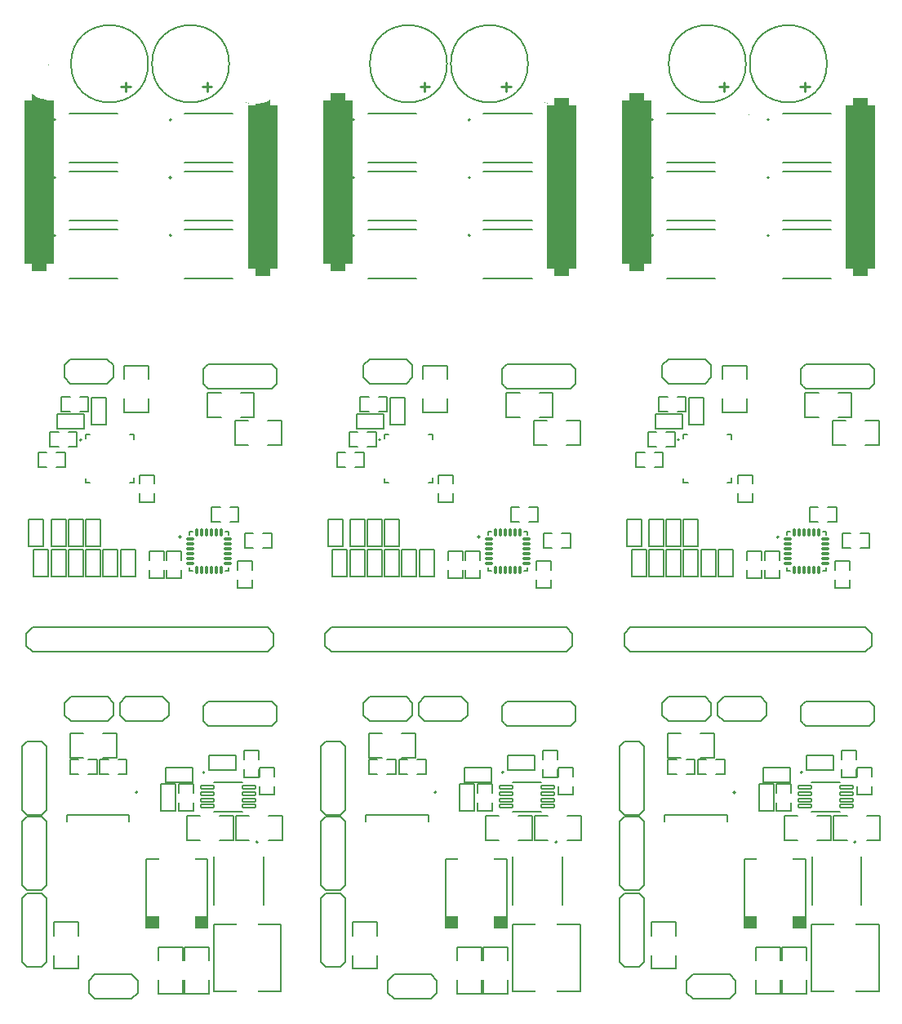
<source format=gbr>
%TF.GenerationSoftware,KiCad,Pcbnew,6.0.4-6f826c9f35~116~ubuntu20.04.1*%
%TF.CreationDate,2022-04-24T16:07:36+02:00*%
%TF.ProjectId,crawl_esc_pan,63726177-6c5f-4657-9363-5f70616e2e6b,rev?*%
%TF.SameCoordinates,Original*%
%TF.FileFunction,Legend,Top*%
%TF.FilePolarity,Positive*%
%FSLAX46Y46*%
G04 Gerber Fmt 4.6, Leading zero omitted, Abs format (unit mm)*
G04 Created by KiCad (PCBNEW 6.0.4-6f826c9f35~116~ubuntu20.04.1) date 2022-04-24 16:07:36*
%MOMM*%
%LPD*%
G01*
G04 APERTURE LIST*
G04 Aperture macros list*
%AMRoundRect*
0 Rectangle with rounded corners*
0 $1 Rounding radius*
0 $2 $3 $4 $5 $6 $7 $8 $9 X,Y pos of 4 corners*
0 Add a 4 corners polygon primitive as box body*
4,1,4,$2,$3,$4,$5,$6,$7,$8,$9,$2,$3,0*
0 Add four circle primitives for the rounded corners*
1,1,$1+$1,$2,$3*
1,1,$1+$1,$4,$5*
1,1,$1+$1,$6,$7*
1,1,$1+$1,$8,$9*
0 Add four rect primitives between the rounded corners*
20,1,$1+$1,$2,$3,$4,$5,0*
20,1,$1+$1,$4,$5,$6,$7,0*
20,1,$1+$1,$6,$7,$8,$9,0*
20,1,$1+$1,$8,$9,$2,$3,0*%
G04 Aperture macros list end*
%ADD10C,0.000000*%
%ADD11C,0.150000*%
%ADD12C,0.200000*%
%ADD13C,0.127000*%
%ADD14C,0.254000*%
%ADD15R,0.762000X1.016000*%
%ADD16R,1.600000X3.000000*%
%ADD17R,6.700000X6.700000*%
%ADD18R,3.810000X2.794000*%
%ADD19C,2.000000*%
%ADD20R,2.000000X2.000000*%
%ADD21R,1.193800X2.006600*%
%ADD22R,1.016000X0.762000*%
%ADD23C,1.600200*%
%ADD24R,1.600200X1.600200*%
%ADD25R,4.700000X3.750000*%
%ADD26R,0.850000X1.050000*%
%ADD27R,0.850000X1.450000*%
%ADD28R,2.006600X1.193800*%
%ADD29R,1.425000X1.760000*%
%ADD30RoundRect,0.056250X-0.678750X-0.168750X0.678750X-0.168750X0.678750X0.168750X-0.678750X0.168750X0*%
%ADD31R,2.200000X2.700000*%
%ADD32RoundRect,0.067500X-0.347500X-0.067500X0.347500X-0.067500X0.347500X0.067500X-0.347500X0.067500X0*%
%ADD33RoundRect,0.067500X0.067500X-0.347500X0.067500X0.347500X-0.067500X0.347500X-0.067500X-0.347500X0*%
%ADD34RoundRect,0.067500X0.347500X0.067500X-0.347500X0.067500X-0.347500X-0.067500X0.347500X-0.067500X0*%
%ADD35RoundRect,0.067500X-0.067500X0.347500X-0.067500X-0.347500X0.067500X-0.347500X0.067500X0.347500X0*%
%ADD36R,2.600000X2.600000*%
%ADD37R,0.600000X0.300000*%
%ADD38R,0.300000X0.600000*%
%ADD39R,3.450000X3.450000*%
%ADD40O,4.300000X3.500000*%
%ADD41R,1.450000X0.850000*%
%ADD42R,1.050000X0.850000*%
%ADD43R,3.750000X4.700000*%
%ADD44RoundRect,0.750000X-0.750000X-8.500000X0.750000X-8.500000X0.750000X8.500000X-0.750000X8.500000X0*%
%ADD45C,0.500000*%
%ADD46C,4.000000*%
G04 APERTURE END LIST*
D10*
G36*
X188322610Y-130344481D02*
G01*
X185274610Y-130344481D01*
X185274610Y-129709481D01*
X188322610Y-129709481D01*
X188322610Y-130344481D01*
G37*
G36*
X189973669Y-137454889D02*
G01*
X183623669Y-137454889D01*
X183623669Y-136311889D01*
X189973669Y-136311889D01*
X189973669Y-137454889D01*
G37*
G36*
X188322623Y-138090270D02*
G01*
X185274623Y-138090270D01*
X185274623Y-137455270D01*
X188322623Y-137455270D01*
X188322623Y-138090270D01*
G37*
G36*
X157322610Y-130344481D02*
G01*
X154274610Y-130344481D01*
X154274610Y-129709481D01*
X157322610Y-129709481D01*
X157322610Y-130344481D01*
G37*
G36*
X158973669Y-137454889D02*
G01*
X152623669Y-137454889D01*
X152623669Y-136311889D01*
X158973669Y-136311889D01*
X158973669Y-137454889D01*
G37*
G36*
X157322623Y-138090270D02*
G01*
X154274623Y-138090270D01*
X154274623Y-137455270D01*
X157322623Y-137455270D01*
X157322623Y-138090270D01*
G37*
G36*
X126322623Y-138090270D02*
G01*
X123274623Y-138090270D01*
X123274623Y-137455270D01*
X126322623Y-137455270D01*
X126322623Y-138090270D01*
G37*
G36*
X127973669Y-137454889D02*
G01*
X121623669Y-137454889D01*
X121623669Y-136311889D01*
X127973669Y-136311889D01*
X127973669Y-137454889D01*
G37*
G36*
X126322610Y-130344481D02*
G01*
X123274610Y-130344481D01*
X123274610Y-129709481D01*
X126322610Y-129709481D01*
X126322610Y-130344481D01*
G37*
D11*
%TO.C,4*%
X172741906Y-59927855D02*
X172741906Y-60774521D01*
X172439525Y-59444045D02*
X172137144Y-60351188D01*
X172923335Y-60351188D01*
%TO.C,3*%
X195276668Y-60004523D02*
X196062859Y-60004523D01*
X195639525Y-60488333D01*
X195820954Y-60488333D01*
X195941906Y-60548809D01*
X196002382Y-60609285D01*
X196062859Y-60730238D01*
X196062859Y-61032619D01*
X196002382Y-61153571D01*
X195941906Y-61214047D01*
X195820954Y-61274523D01*
X195458097Y-61274523D01*
X195337144Y-61214047D01*
X195276668Y-61153571D01*
%TO.C,2*%
X141137144Y-59625474D02*
X141197621Y-59564998D01*
X141318573Y-59504521D01*
X141620954Y-59504521D01*
X141741906Y-59564998D01*
X141802382Y-59625474D01*
X141862859Y-59746426D01*
X141862859Y-59867378D01*
X141802382Y-60048807D01*
X141076668Y-60774521D01*
X141862859Y-60774521D01*
%TO.C,1*%
X165062859Y-61274523D02*
X164337144Y-61274523D01*
X164700002Y-61274523D02*
X164700002Y-60004523D01*
X164579049Y-60185952D01*
X164458097Y-60306904D01*
X164337144Y-60367380D01*
%TO.C,*%
D12*
%TO.C,R62*%
X190102542Y-119637777D02*
X192896542Y-119637777D01*
X190102542Y-119637777D02*
X190102542Y-121161777D01*
X190102542Y-121161777D02*
X192896542Y-121161777D01*
X192896542Y-119637777D02*
X192896542Y-121161777D01*
%TO.C,IC13*%
X182699542Y-123449777D02*
G75*
G03*
X182699542Y-123449777I-100000J0D01*
G01*
D13*
X175349542Y-126435777D02*
X175349542Y-125799779D01*
X175349542Y-125799779D02*
X181849545Y-125799779D01*
X181849545Y-126435777D02*
X181849545Y-125799779D01*
%TO.C,D12*%
X183624542Y-137455777D02*
X183624542Y-130343777D01*
X183624542Y-137455777D02*
X189974542Y-137455777D01*
X189974542Y-137455777D02*
X189974542Y-130343777D01*
X183624542Y-130343777D02*
X189974542Y-130343777D01*
%TO.C,ST25*%
X189515544Y-114537779D02*
X190023544Y-114029779D01*
X190023544Y-114029779D02*
X196627544Y-114029779D01*
X189515544Y-116061779D02*
X189515544Y-114537779D01*
X189515544Y-116061779D02*
X190023544Y-116569779D01*
X190023544Y-116569779D02*
X196627544Y-116569779D01*
X196627544Y-114029779D02*
X197135544Y-114537779D01*
X196627544Y-116569779D02*
X197135544Y-116061779D01*
X197135544Y-116061779D02*
X197135544Y-114537779D01*
D12*
%TO.C,C96*%
X197712542Y-128369777D02*
X197712542Y-125829777D01*
X192886542Y-125829777D02*
X194283542Y-125829777D01*
X192886542Y-128369777D02*
X194283542Y-128369777D01*
X196315542Y-125829777D02*
X197712542Y-125829777D01*
X196315542Y-128369777D02*
X197712542Y-128369777D01*
X192886542Y-128369777D02*
X192886542Y-125829777D01*
%TO.C,C100*%
X186937542Y-125396777D02*
X186937542Y-124507777D01*
X188461542Y-123491777D02*
X188461542Y-122602777D01*
X186937542Y-122602777D02*
X188461542Y-122602777D01*
X188461542Y-125396777D02*
X188461542Y-124507777D01*
X186937542Y-123491777D02*
X186937542Y-122602777D01*
X186937542Y-125396777D02*
X188461542Y-125396777D01*
D13*
%TO.C,ST29*%
X172761544Y-141509777D02*
X173269544Y-141001777D01*
X170729544Y-141001777D02*
X170729544Y-134397777D01*
X171237544Y-133889777D02*
X172761544Y-133889777D01*
X173269544Y-141001777D02*
X173269544Y-134397777D01*
X170729544Y-134397777D02*
X171237544Y-133889777D01*
X171237544Y-141509777D02*
X172761544Y-141509777D01*
X172761544Y-133889777D02*
X173269544Y-134397777D01*
X170729544Y-141001777D02*
X171237544Y-141509777D01*
%TO.C,ST30*%
X185304544Y-113529777D02*
X185939544Y-114164777D01*
X180859544Y-115434777D02*
X181494544Y-116069777D01*
X185939544Y-115434777D02*
X185939544Y-114164777D01*
X180859544Y-114164777D02*
X181494544Y-113529777D01*
X181494544Y-113529777D02*
X185304544Y-113529777D01*
X180859544Y-115434777D02*
X180859544Y-114164777D01*
X181494544Y-116069777D02*
X185304544Y-116069777D01*
X185304544Y-116069777D02*
X185939544Y-115434777D01*
D12*
%TO.C,Q21*%
X195199542Y-128599777D02*
G75*
G03*
X195199542Y-128599777I-100000J0D01*
G01*
D13*
X190649542Y-135099777D02*
X190649542Y-130099777D01*
X195749542Y-135099777D02*
X195749542Y-130099777D01*
D12*
%TO.C,C99*%
X195261542Y-121896777D02*
X195261542Y-121007777D01*
X193737542Y-119991777D02*
X193737542Y-119102777D01*
X193737542Y-121896777D02*
X195261542Y-121896777D01*
X193737542Y-119102777D02*
X195261542Y-119102777D01*
X195261542Y-119991777D02*
X195261542Y-119102777D01*
X193737542Y-121896777D02*
X193737542Y-121007777D01*
%TO.C,C108*%
X187529544Y-144312779D02*
X187529544Y-142915779D01*
X190069544Y-144312779D02*
X190069544Y-142915779D01*
X187529544Y-140883779D02*
X187529544Y-139486779D01*
X187529544Y-144312779D02*
X190069544Y-144312779D01*
X190069544Y-140883779D02*
X190069544Y-139486779D01*
X187529544Y-139486779D02*
X190069544Y-139486779D01*
%TO.C,IC14*%
X189659542Y-121359780D02*
G75*
G03*
X189659542Y-121359780I-100000J0D01*
G01*
D13*
X190599542Y-122364779D02*
X193599542Y-122364779D01*
X190599542Y-125434781D02*
X193599542Y-125434781D01*
D12*
%TO.C,C109*%
X184829544Y-139486779D02*
X187369544Y-139486779D01*
X184829544Y-140883779D02*
X184829544Y-139486779D01*
X184829544Y-144312779D02*
X187369544Y-144312779D01*
X184829544Y-144312779D02*
X184829544Y-142915779D01*
X187369544Y-144312779D02*
X187369544Y-142915779D01*
X187369544Y-140883779D02*
X187369544Y-139486779D01*
%TO.C,C93*%
X196861542Y-121791777D02*
X196861542Y-120902777D01*
X195337542Y-123696777D02*
X195337542Y-122807777D01*
X195337542Y-120902777D02*
X196861542Y-120902777D01*
X195337542Y-123696777D02*
X196861542Y-123696777D01*
X195337542Y-121791777D02*
X195337542Y-120902777D01*
X196861542Y-123696777D02*
X196861542Y-122807777D01*
D11*
%TO.C,L7*%
X190599542Y-144099780D02*
X190599542Y-137099779D01*
X190599542Y-144099780D02*
X197599544Y-144099780D01*
X197599544Y-144099780D02*
X197599544Y-137099779D01*
X190599542Y-137099779D02*
X197599544Y-137099779D01*
D13*
%TO.C,ST27*%
X172761544Y-118129779D02*
X173269544Y-118637779D01*
X171237544Y-118129779D02*
X172761544Y-118129779D01*
X170729544Y-125241779D02*
X171237544Y-125749779D01*
X171237544Y-125749779D02*
X172761544Y-125749779D01*
X170729544Y-125241779D02*
X170729544Y-118637779D01*
X173269544Y-125241779D02*
X173269544Y-118637779D01*
X172761544Y-125749779D02*
X173269544Y-125241779D01*
X170729544Y-118637779D02*
X171237544Y-118129779D01*
%TO.C,ST26*%
X180205542Y-115439779D02*
X180205542Y-114169779D01*
X179570542Y-113534779D02*
X180205542Y-114169779D01*
X179570542Y-116074779D02*
X180205542Y-115439779D01*
X175125542Y-115439779D02*
X175760542Y-116074779D01*
X175125542Y-114169779D02*
X175760542Y-113534779D01*
X175125542Y-115439779D02*
X175125542Y-114169779D01*
X175760542Y-113534779D02*
X179570542Y-113534779D01*
X175760542Y-116074779D02*
X179570542Y-116074779D01*
D12*
%TO.C,C105*%
X178496544Y-121561777D02*
X178496544Y-120037777D01*
X175702544Y-121561777D02*
X176591544Y-121561777D01*
X175702544Y-120037777D02*
X176591544Y-120037777D01*
X177607544Y-120037777D02*
X178496544Y-120037777D01*
X177607544Y-121561777D02*
X178496544Y-121561777D01*
X175702544Y-121561777D02*
X175702544Y-120037777D01*
%TO.C,R64*%
X185602542Y-122361777D02*
X185602542Y-120837777D01*
X188396542Y-122361777D02*
X185602542Y-122361777D01*
X188396542Y-122361777D02*
X188396542Y-120837777D01*
X188396542Y-120837777D02*
X185602542Y-120837777D01*
%TO.C,C98*%
X187786542Y-125829777D02*
X189183542Y-125829777D01*
X192612542Y-128369777D02*
X192612542Y-125829777D01*
X187786542Y-128369777D02*
X189183542Y-128369777D01*
X191215542Y-128369777D02*
X192612542Y-128369777D01*
X191215542Y-125829777D02*
X192612542Y-125829777D01*
X187786542Y-128369777D02*
X187786542Y-125829777D01*
D13*
%TO.C,ST31*%
X182105000Y-144870000D02*
X178295000Y-144870000D01*
X182105000Y-142330000D02*
X178295000Y-142330000D01*
X178295000Y-142330000D02*
X177660000Y-142965000D01*
X177660000Y-142965000D02*
X177660000Y-144235000D01*
X182740000Y-142965000D02*
X182105000Y-142330000D01*
X178295000Y-144870000D02*
X177660000Y-144235000D01*
X182740000Y-142965000D02*
X182740000Y-144235000D01*
X182740000Y-144235000D02*
X182105000Y-144870000D01*
%TO.C,ST28*%
X170729544Y-133101777D02*
X171237544Y-133609777D01*
X172761544Y-125989777D02*
X173269544Y-126497777D01*
X170729544Y-133101777D02*
X170729544Y-126497777D01*
X172761544Y-133609777D02*
X173269544Y-133101777D01*
X171237544Y-133609777D02*
X172761544Y-133609777D01*
X171237544Y-125989777D02*
X172761544Y-125989777D01*
X173269544Y-133101777D02*
X173269544Y-126497777D01*
X170729544Y-126497777D02*
X171237544Y-125989777D01*
D12*
%TO.C,C104*%
X178802542Y-121561777D02*
X179691542Y-121561777D01*
X178802542Y-121561777D02*
X178802542Y-120037777D01*
X178802542Y-120037777D02*
X179691542Y-120037777D01*
X181596542Y-121561777D02*
X181596542Y-120037777D01*
X180707542Y-121561777D02*
X181596542Y-121561777D01*
X180707542Y-120037777D02*
X181596542Y-120037777D01*
%TO.C,C103*%
X176569542Y-138283779D02*
X176569542Y-136886779D01*
X174029542Y-138283779D02*
X174029542Y-136886779D01*
X176569542Y-141712779D02*
X176569542Y-140315779D01*
X174029542Y-141712779D02*
X176569542Y-141712779D01*
X174029542Y-141712779D02*
X174029542Y-140315779D01*
X174029542Y-136886779D02*
X176569542Y-136886779D01*
%TO.C,R63*%
X185137544Y-122602777D02*
X186661544Y-122602777D01*
X186661544Y-125396777D02*
X186661544Y-122602777D01*
X185137544Y-125396777D02*
X186661544Y-125396777D01*
X185137544Y-125396777D02*
X185137544Y-122602777D01*
%TO.C,C106*%
X179115542Y-119869777D02*
X180512542Y-119869777D01*
X175686542Y-117329777D02*
X177083542Y-117329777D01*
X180512542Y-119869777D02*
X180512542Y-117329777D01*
X175686542Y-119869777D02*
X175686542Y-117329777D01*
X179115542Y-117329777D02*
X180512542Y-117329777D01*
X175686542Y-119869777D02*
X177083542Y-119869777D01*
%TO.C,R56*%
X159102542Y-119637777D02*
X161896542Y-119637777D01*
X159102542Y-119637777D02*
X159102542Y-121161777D01*
X159102542Y-121161777D02*
X161896542Y-121161777D01*
X161896542Y-119637777D02*
X161896542Y-121161777D01*
%TO.C,IC10*%
X151699542Y-123449777D02*
G75*
G03*
X151699542Y-123449777I-100000J0D01*
G01*
D13*
X144349542Y-126435777D02*
X144349542Y-125799779D01*
X144349542Y-125799779D02*
X150849545Y-125799779D01*
X150849545Y-126435777D02*
X150849545Y-125799779D01*
%TO.C,D10*%
X152624542Y-137455777D02*
X152624542Y-130343777D01*
X152624542Y-137455777D02*
X158974542Y-137455777D01*
X158974542Y-137455777D02*
X158974542Y-130343777D01*
X152624542Y-130343777D02*
X158974542Y-130343777D01*
%TO.C,ST18*%
X158515544Y-114537779D02*
X159023544Y-114029779D01*
X159023544Y-114029779D02*
X165627544Y-114029779D01*
X158515544Y-116061779D02*
X158515544Y-114537779D01*
X158515544Y-116061779D02*
X159023544Y-116569779D01*
X159023544Y-116569779D02*
X165627544Y-116569779D01*
X165627544Y-114029779D02*
X166135544Y-114537779D01*
X165627544Y-116569779D02*
X166135544Y-116061779D01*
X166135544Y-116061779D02*
X166135544Y-114537779D01*
D12*
%TO.C,C74*%
X166712542Y-128369777D02*
X166712542Y-125829777D01*
X161886542Y-125829777D02*
X163283542Y-125829777D01*
X161886542Y-128369777D02*
X163283542Y-128369777D01*
X165315542Y-125829777D02*
X166712542Y-125829777D01*
X165315542Y-128369777D02*
X166712542Y-128369777D01*
X161886542Y-128369777D02*
X161886542Y-125829777D01*
%TO.C,C78*%
X155937542Y-125396777D02*
X155937542Y-124507777D01*
X157461542Y-123491777D02*
X157461542Y-122602777D01*
X155937542Y-122602777D02*
X157461542Y-122602777D01*
X157461542Y-125396777D02*
X157461542Y-124507777D01*
X155937542Y-123491777D02*
X155937542Y-122602777D01*
X155937542Y-125396777D02*
X157461542Y-125396777D01*
D13*
%TO.C,ST22*%
X141761544Y-141509777D02*
X142269544Y-141001777D01*
X139729544Y-141001777D02*
X139729544Y-134397777D01*
X140237544Y-133889777D02*
X141761544Y-133889777D01*
X142269544Y-141001777D02*
X142269544Y-134397777D01*
X139729544Y-134397777D02*
X140237544Y-133889777D01*
X140237544Y-141509777D02*
X141761544Y-141509777D01*
X141761544Y-133889777D02*
X142269544Y-134397777D01*
X139729544Y-141001777D02*
X140237544Y-141509777D01*
%TO.C,ST23*%
X154304544Y-113529777D02*
X154939544Y-114164777D01*
X149859544Y-115434777D02*
X150494544Y-116069777D01*
X154939544Y-115434777D02*
X154939544Y-114164777D01*
X149859544Y-114164777D02*
X150494544Y-113529777D01*
X150494544Y-113529777D02*
X154304544Y-113529777D01*
X149859544Y-115434777D02*
X149859544Y-114164777D01*
X150494544Y-116069777D02*
X154304544Y-116069777D01*
X154304544Y-116069777D02*
X154939544Y-115434777D01*
D12*
%TO.C,Q20*%
X164199542Y-128599777D02*
G75*
G03*
X164199542Y-128599777I-100000J0D01*
G01*
D13*
X159649542Y-135099777D02*
X159649542Y-130099777D01*
X164749542Y-135099777D02*
X164749542Y-130099777D01*
D12*
%TO.C,C77*%
X164261542Y-121896777D02*
X164261542Y-121007777D01*
X162737542Y-119991777D02*
X162737542Y-119102777D01*
X162737542Y-121896777D02*
X164261542Y-121896777D01*
X162737542Y-119102777D02*
X164261542Y-119102777D01*
X164261542Y-119991777D02*
X164261542Y-119102777D01*
X162737542Y-121896777D02*
X162737542Y-121007777D01*
%TO.C,C86*%
X156529544Y-144312779D02*
X156529544Y-142915779D01*
X159069544Y-144312779D02*
X159069544Y-142915779D01*
X156529544Y-140883779D02*
X156529544Y-139486779D01*
X156529544Y-144312779D02*
X159069544Y-144312779D01*
X159069544Y-140883779D02*
X159069544Y-139486779D01*
X156529544Y-139486779D02*
X159069544Y-139486779D01*
%TO.C,IC11*%
X158659542Y-121359780D02*
G75*
G03*
X158659542Y-121359780I-100000J0D01*
G01*
D13*
X159599542Y-122364779D02*
X162599542Y-122364779D01*
X159599542Y-125434781D02*
X162599542Y-125434781D01*
D12*
%TO.C,C87*%
X153829544Y-139486779D02*
X156369544Y-139486779D01*
X153829544Y-140883779D02*
X153829544Y-139486779D01*
X153829544Y-144312779D02*
X156369544Y-144312779D01*
X153829544Y-144312779D02*
X153829544Y-142915779D01*
X156369544Y-144312779D02*
X156369544Y-142915779D01*
X156369544Y-140883779D02*
X156369544Y-139486779D01*
%TO.C,C71*%
X165861542Y-121791777D02*
X165861542Y-120902777D01*
X164337542Y-123696777D02*
X164337542Y-122807777D01*
X164337542Y-120902777D02*
X165861542Y-120902777D01*
X164337542Y-123696777D02*
X165861542Y-123696777D01*
X164337542Y-121791777D02*
X164337542Y-120902777D01*
X165861542Y-123696777D02*
X165861542Y-122807777D01*
D11*
%TO.C,L5*%
X159599542Y-144099780D02*
X159599542Y-137099779D01*
X159599542Y-144099780D02*
X166599544Y-144099780D01*
X166599544Y-144099780D02*
X166599544Y-137099779D01*
X159599542Y-137099779D02*
X166599544Y-137099779D01*
D13*
%TO.C,ST20*%
X141761544Y-118129779D02*
X142269544Y-118637779D01*
X140237544Y-118129779D02*
X141761544Y-118129779D01*
X139729544Y-125241779D02*
X140237544Y-125749779D01*
X140237544Y-125749779D02*
X141761544Y-125749779D01*
X139729544Y-125241779D02*
X139729544Y-118637779D01*
X142269544Y-125241779D02*
X142269544Y-118637779D01*
X141761544Y-125749779D02*
X142269544Y-125241779D01*
X139729544Y-118637779D02*
X140237544Y-118129779D01*
%TO.C,ST19*%
X149205542Y-115439779D02*
X149205542Y-114169779D01*
X148570542Y-113534779D02*
X149205542Y-114169779D01*
X148570542Y-116074779D02*
X149205542Y-115439779D01*
X144125542Y-115439779D02*
X144760542Y-116074779D01*
X144125542Y-114169779D02*
X144760542Y-113534779D01*
X144125542Y-115439779D02*
X144125542Y-114169779D01*
X144760542Y-113534779D02*
X148570542Y-113534779D01*
X144760542Y-116074779D02*
X148570542Y-116074779D01*
D12*
%TO.C,C83*%
X147496544Y-121561777D02*
X147496544Y-120037777D01*
X144702544Y-121561777D02*
X145591544Y-121561777D01*
X144702544Y-120037777D02*
X145591544Y-120037777D01*
X146607544Y-120037777D02*
X147496544Y-120037777D01*
X146607544Y-121561777D02*
X147496544Y-121561777D01*
X144702544Y-121561777D02*
X144702544Y-120037777D01*
%TO.C,R58*%
X154602542Y-122361777D02*
X154602542Y-120837777D01*
X157396542Y-122361777D02*
X154602542Y-122361777D01*
X157396542Y-122361777D02*
X157396542Y-120837777D01*
X157396542Y-120837777D02*
X154602542Y-120837777D01*
%TO.C,C76*%
X156786542Y-125829777D02*
X158183542Y-125829777D01*
X161612542Y-128369777D02*
X161612542Y-125829777D01*
X156786542Y-128369777D02*
X158183542Y-128369777D01*
X160215542Y-128369777D02*
X161612542Y-128369777D01*
X160215542Y-125829777D02*
X161612542Y-125829777D01*
X156786542Y-128369777D02*
X156786542Y-125829777D01*
D13*
%TO.C,ST24*%
X151105000Y-144870000D02*
X147295000Y-144870000D01*
X151105000Y-142330000D02*
X147295000Y-142330000D01*
X147295000Y-142330000D02*
X146660000Y-142965000D01*
X146660000Y-142965000D02*
X146660000Y-144235000D01*
X151740000Y-142965000D02*
X151105000Y-142330000D01*
X147295000Y-144870000D02*
X146660000Y-144235000D01*
X151740000Y-142965000D02*
X151740000Y-144235000D01*
X151740000Y-144235000D02*
X151105000Y-144870000D01*
%TO.C,ST21*%
X139729544Y-133101777D02*
X140237544Y-133609777D01*
X141761544Y-125989777D02*
X142269544Y-126497777D01*
X139729544Y-133101777D02*
X139729544Y-126497777D01*
X141761544Y-133609777D02*
X142269544Y-133101777D01*
X140237544Y-133609777D02*
X141761544Y-133609777D01*
X140237544Y-125989777D02*
X141761544Y-125989777D01*
X142269544Y-133101777D02*
X142269544Y-126497777D01*
X139729544Y-126497777D02*
X140237544Y-125989777D01*
D12*
%TO.C,C82*%
X147802542Y-121561777D02*
X148691542Y-121561777D01*
X147802542Y-121561777D02*
X147802542Y-120037777D01*
X147802542Y-120037777D02*
X148691542Y-120037777D01*
X150596542Y-121561777D02*
X150596542Y-120037777D01*
X149707542Y-121561777D02*
X150596542Y-121561777D01*
X149707542Y-120037777D02*
X150596542Y-120037777D01*
%TO.C,C81*%
X145569542Y-138283779D02*
X145569542Y-136886779D01*
X143029542Y-138283779D02*
X143029542Y-136886779D01*
X145569542Y-141712779D02*
X145569542Y-140315779D01*
X143029542Y-141712779D02*
X145569542Y-141712779D01*
X143029542Y-141712779D02*
X143029542Y-140315779D01*
X143029542Y-136886779D02*
X145569542Y-136886779D01*
%TO.C,R57*%
X154137544Y-122602777D02*
X155661544Y-122602777D01*
X155661544Y-125396777D02*
X155661544Y-122602777D01*
X154137544Y-125396777D02*
X155661544Y-125396777D01*
X154137544Y-125396777D02*
X154137544Y-122602777D01*
%TO.C,C84*%
X148115542Y-119869777D02*
X149512542Y-119869777D01*
X144686542Y-117329777D02*
X146083542Y-117329777D01*
X149512542Y-119869777D02*
X149512542Y-117329777D01*
X144686542Y-119869777D02*
X144686542Y-117329777D01*
X148115542Y-117329777D02*
X149512542Y-117329777D01*
X144686542Y-119869777D02*
X146083542Y-119869777D01*
%TO.C,C64*%
X176703416Y-83922073D02*
X177592416Y-83922073D01*
X177592416Y-83922073D02*
X177592416Y-82398073D01*
X176703416Y-82398073D02*
X177592416Y-82398073D01*
X174798416Y-83922073D02*
X174798416Y-82398073D01*
X174798416Y-82398073D02*
X175687416Y-82398073D01*
X174798416Y-83922073D02*
X175687416Y-83922073D01*
%TO.C,R42*%
X179457416Y-85357074D02*
X179457416Y-82563074D01*
X177933416Y-85357074D02*
X179457416Y-85357074D01*
X177933416Y-82563074D02*
X179457416Y-82563074D01*
X177933416Y-85357074D02*
X177933416Y-82563074D01*
%TO.C,C56*%
X194780174Y-84569998D02*
X194780174Y-82029998D01*
X189954174Y-84569998D02*
X191351174Y-84569998D01*
X193383174Y-84569998D02*
X194780174Y-84569998D01*
X189954174Y-84569998D02*
X189954174Y-82029998D01*
X193383174Y-82029998D02*
X194780174Y-82029998D01*
X189954174Y-82029998D02*
X191351174Y-82029998D01*
%TO.C,C55*%
X196216000Y-84929998D02*
X197613000Y-84929998D01*
X192787000Y-87469998D02*
X192787000Y-84929998D01*
X192787000Y-87469998D02*
X194184000Y-87469998D01*
X192787000Y-84929998D02*
X194184000Y-84929998D01*
X197613000Y-87469998D02*
X197613000Y-84929998D01*
X196216000Y-87469998D02*
X197613000Y-87469998D01*
%TO.C,C59*%
X181330000Y-80584000D02*
X181330000Y-79187000D01*
X183870000Y-80584000D02*
X183870000Y-79187000D01*
X181330000Y-79187000D02*
X183870000Y-79187000D01*
X183870000Y-84013000D02*
X183870000Y-82616000D01*
X181330000Y-84013000D02*
X181330000Y-82616000D01*
X181330000Y-84013000D02*
X183870000Y-84013000D01*
D13*
%TO.C,ST16*%
X196195000Y-108869998D02*
X196830000Y-108234998D01*
X171176000Y-108234998D02*
X171176000Y-106964998D01*
X196830000Y-108234998D02*
X196830000Y-106964998D01*
X171176000Y-106964998D02*
X171811000Y-106329998D01*
X171811000Y-108869998D02*
X196195000Y-108869998D01*
X196195000Y-106329998D02*
X196830000Y-106964998D01*
X171811000Y-106329998D02*
X196195000Y-106329998D01*
X171176000Y-108234998D02*
X171811000Y-108869998D01*
D12*
%TO.C,C62*%
X182933416Y-91452073D02*
X182933416Y-90563073D01*
X182933416Y-90563073D02*
X184457416Y-90563073D01*
X182933416Y-93357073D02*
X182933416Y-92468073D01*
X182933416Y-93357073D02*
X184457416Y-93357073D01*
X184457416Y-91452073D02*
X184457416Y-90563073D01*
X184457416Y-93357073D02*
X184457416Y-92468073D01*
%TO.C,R43*%
X171438000Y-95163072D02*
X172962000Y-95163072D01*
X172962000Y-97957072D02*
X172962000Y-95163072D01*
X171438000Y-97957072D02*
X171438000Y-95163072D01*
X171438000Y-97957072D02*
X172962000Y-97957072D01*
D13*
%TO.C,IC9*%
X192135417Y-96760074D02*
X192135417Y-96420072D01*
X188055415Y-100500074D02*
X188395417Y-100500074D01*
X191795415Y-96420072D02*
X192135417Y-96420072D01*
X192135417Y-100500074D02*
X192135417Y-100160072D01*
X191795415Y-100500074D02*
X192135417Y-100500074D01*
X188055415Y-96760074D02*
X188055415Y-96420072D01*
X188055415Y-96420072D02*
X188395417Y-96420072D01*
X188055415Y-100500074D02*
X188055415Y-100160072D01*
D12*
X187195417Y-96960074D02*
G75*
G03*
X187195417Y-96960074I-100000J0D01*
G01*
%TO.C,R48*%
X175533415Y-97957072D02*
X177057415Y-97957072D01*
X175533415Y-97957072D02*
X175533415Y-95163072D01*
X177057415Y-97957072D02*
X177057415Y-95163072D01*
X175533415Y-95163072D02*
X177057415Y-95163072D01*
%TO.C,C68*%
X193033416Y-100352073D02*
X193033416Y-99463073D01*
X194557416Y-100352073D02*
X194557416Y-99463073D01*
X194557416Y-102257073D02*
X194557416Y-101368073D01*
X193033416Y-102257073D02*
X193033416Y-101368073D01*
X193033416Y-102257073D02*
X194557416Y-102257073D01*
X193033416Y-99463073D02*
X194557416Y-99463073D01*
%TO.C,C70*%
X190398417Y-95422073D02*
X191287417Y-95422073D01*
X190398417Y-95422073D02*
X190398417Y-93898073D01*
X192303417Y-93898073D02*
X193192417Y-93898073D01*
X193192417Y-95422073D02*
X193192417Y-93898073D01*
X192303417Y-95422073D02*
X193192417Y-95422073D01*
X190398417Y-93898073D02*
X191287417Y-93898073D01*
%TO.C,C66*%
X185733415Y-101257073D02*
X185733415Y-100368073D01*
X187257415Y-99352073D02*
X187257415Y-98463073D01*
X185733415Y-101257073D02*
X187257415Y-101257073D01*
X185733415Y-99352073D02*
X185733415Y-98463073D01*
X187257415Y-101257073D02*
X187257415Y-100368073D01*
X185733415Y-98463073D02*
X187257415Y-98463073D01*
%TO.C,R51*%
X173733416Y-101057071D02*
X175257416Y-101057071D01*
X173733416Y-101057071D02*
X173733416Y-98263071D01*
X175257416Y-101057071D02*
X175257416Y-98263071D01*
X173733416Y-98263071D02*
X175257416Y-98263071D01*
%TO.C,R53*%
X180933415Y-101057071D02*
X182457415Y-101057071D01*
X180933415Y-101057071D02*
X180933415Y-98263071D01*
X180933415Y-98263071D02*
X182457415Y-98263071D01*
X182457415Y-101057071D02*
X182457415Y-98263071D01*
%TO.C,R50*%
X175257416Y-97957072D02*
X175257416Y-95163072D01*
X173733416Y-97957072D02*
X173733416Y-95163072D01*
X173733416Y-95163072D02*
X175257416Y-95163072D01*
X173733416Y-97957072D02*
X175257416Y-97957072D01*
%TO.C,C63*%
X174303415Y-89722072D02*
X175192415Y-89722072D01*
X172398415Y-88198072D02*
X173287415Y-88198072D01*
X172398415Y-89722072D02*
X172398415Y-88198072D01*
X175192415Y-89722072D02*
X175192415Y-88198072D01*
X174303415Y-88198072D02*
X175192415Y-88198072D01*
X172398415Y-89722072D02*
X173287415Y-89722072D01*
%TO.C,R45*%
X179133416Y-98263071D02*
X180657416Y-98263071D01*
X180657416Y-101057071D02*
X180657416Y-98263071D01*
X179133416Y-101057071D02*
X180657416Y-101057071D01*
X179133416Y-101057071D02*
X179133416Y-98263071D01*
%TO.C,R46*%
X178857417Y-97957072D02*
X178857417Y-95163072D01*
X177333417Y-97957072D02*
X178857417Y-97957072D01*
X177333417Y-95163072D02*
X178857417Y-95163072D01*
X177333417Y-97957072D02*
X177333417Y-95163072D01*
%TO.C,C61*%
X173636416Y-87622073D02*
X174525416Y-87622073D01*
X176430416Y-87622073D02*
X176430416Y-86098073D01*
X175541416Y-87622073D02*
X176430416Y-87622073D01*
X173636416Y-87622073D02*
X173636416Y-86098073D01*
X175541416Y-86098073D02*
X176430416Y-86098073D01*
X173636416Y-86098073D02*
X174525416Y-86098073D01*
D13*
%TO.C,ST17*%
X175760316Y-81074903D02*
X179570316Y-81074903D01*
X175125316Y-80439903D02*
X175760316Y-81074903D01*
X175125316Y-79169903D02*
X175760316Y-78534903D01*
X179570316Y-78534903D02*
X180205316Y-79169903D01*
X175125316Y-80439903D02*
X175125316Y-79169903D01*
X180205316Y-80439903D02*
X180205316Y-79169903D01*
X175760316Y-78534903D02*
X179570316Y-78534903D01*
X179570316Y-81074903D02*
X180205316Y-80439903D01*
D12*
%TO.C,R49*%
X173457415Y-101057071D02*
X173457415Y-98263071D01*
X171933415Y-101057071D02*
X173457415Y-101057071D01*
X171933415Y-101057071D02*
X171933415Y-98263071D01*
X171933415Y-98263071D02*
X173457415Y-98263071D01*
%TO.C,R41*%
X174398416Y-84198072D02*
X177192416Y-84198072D01*
X174398416Y-85722072D02*
X177192416Y-85722072D01*
X174398416Y-85722072D02*
X174398416Y-84198072D01*
X177192416Y-85722072D02*
X177192416Y-84198072D01*
%TO.C,C69*%
X195708000Y-98061998D02*
X196597000Y-98061998D01*
X195708000Y-96537998D02*
X196597000Y-96537998D01*
X196597000Y-98061998D02*
X196597000Y-96537998D01*
X193803000Y-98061998D02*
X193803000Y-96537998D01*
X193803000Y-96537998D02*
X194692000Y-96537998D01*
X193803000Y-98061998D02*
X194692000Y-98061998D01*
D13*
%TO.C,ST15*%
X196627417Y-81570000D02*
X197135417Y-81062000D01*
X189515417Y-81062000D02*
X189515417Y-79538000D01*
X189515417Y-81062000D02*
X190023417Y-81570000D01*
X196627417Y-79030000D02*
X197135417Y-79538000D01*
X189515417Y-79538000D02*
X190023417Y-79030000D01*
X190023417Y-79030000D02*
X196627417Y-79030000D01*
X197135417Y-81062000D02*
X197135417Y-79538000D01*
X190023417Y-81570000D02*
X196627417Y-81570000D01*
D12*
%TO.C,R47*%
X175533415Y-101057071D02*
X175533415Y-98263071D01*
X175533415Y-101057071D02*
X177057415Y-101057071D01*
X175533415Y-98263071D02*
X177057415Y-98263071D01*
X177057415Y-101057071D02*
X177057415Y-98263071D01*
D13*
%TO.C,IC8*%
X177295416Y-86360072D02*
X177710416Y-86360072D01*
X181860416Y-86360072D02*
X182295416Y-86360072D01*
X182295416Y-86815072D02*
X182295416Y-86360072D01*
X181870416Y-91360072D02*
X182295416Y-91360072D01*
X182295416Y-91360072D02*
X182295416Y-90845072D01*
X177295416Y-86755072D02*
X177295416Y-86360072D01*
X177295416Y-91360072D02*
X177770416Y-91360072D01*
X177295416Y-91360072D02*
X177295416Y-90905072D01*
D12*
X176900000Y-86900000D02*
G75*
G03*
X176900000Y-86900000I-100000J0D01*
G01*
%TO.C,C57*%
X183933416Y-99352073D02*
X183933416Y-98463073D01*
X183933416Y-101257073D02*
X183933416Y-100368073D01*
X185457416Y-101257073D02*
X185457416Y-100368073D01*
X185457416Y-99352073D02*
X185457416Y-98463073D01*
X183933416Y-98463073D02*
X185457416Y-98463073D01*
X183933416Y-101257073D02*
X185457416Y-101257073D01*
%TO.C,R52*%
X177333417Y-98263071D02*
X178857417Y-98263071D01*
X177333417Y-101057071D02*
X177333417Y-98263071D01*
X177333417Y-101057071D02*
X178857417Y-101057071D01*
X178857417Y-101057071D02*
X178857417Y-98263071D01*
%TO.C,C48*%
X145703416Y-83922073D02*
X146592416Y-83922073D01*
X146592416Y-83922073D02*
X146592416Y-82398073D01*
X145703416Y-82398073D02*
X146592416Y-82398073D01*
X143798416Y-83922073D02*
X143798416Y-82398073D01*
X143798416Y-82398073D02*
X144687416Y-82398073D01*
X143798416Y-83922073D02*
X144687416Y-83922073D01*
%TO.C,R28*%
X148457416Y-85357074D02*
X148457416Y-82563074D01*
X146933416Y-85357074D02*
X148457416Y-85357074D01*
X146933416Y-82563074D02*
X148457416Y-82563074D01*
X146933416Y-85357074D02*
X146933416Y-82563074D01*
%TO.C,C40*%
X163780174Y-84569998D02*
X163780174Y-82029998D01*
X158954174Y-84569998D02*
X160351174Y-84569998D01*
X162383174Y-84569998D02*
X163780174Y-84569998D01*
X158954174Y-84569998D02*
X158954174Y-82029998D01*
X162383174Y-82029998D02*
X163780174Y-82029998D01*
X158954174Y-82029998D02*
X160351174Y-82029998D01*
%TO.C,C39*%
X165216000Y-84929998D02*
X166613000Y-84929998D01*
X161787000Y-87469998D02*
X161787000Y-84929998D01*
X161787000Y-87469998D02*
X163184000Y-87469998D01*
X161787000Y-84929998D02*
X163184000Y-84929998D01*
X166613000Y-87469998D02*
X166613000Y-84929998D01*
X165216000Y-87469998D02*
X166613000Y-87469998D01*
%TO.C,C43*%
X150330000Y-80584000D02*
X150330000Y-79187000D01*
X152870000Y-80584000D02*
X152870000Y-79187000D01*
X150330000Y-79187000D02*
X152870000Y-79187000D01*
X152870000Y-84013000D02*
X152870000Y-82616000D01*
X150330000Y-84013000D02*
X150330000Y-82616000D01*
X150330000Y-84013000D02*
X152870000Y-84013000D01*
D13*
%TO.C,ST13*%
X165195000Y-108869998D02*
X165830000Y-108234998D01*
X140176000Y-108234998D02*
X140176000Y-106964998D01*
X165830000Y-108234998D02*
X165830000Y-106964998D01*
X140176000Y-106964998D02*
X140811000Y-106329998D01*
X140811000Y-108869998D02*
X165195000Y-108869998D01*
X165195000Y-106329998D02*
X165830000Y-106964998D01*
X140811000Y-106329998D02*
X165195000Y-106329998D01*
X140176000Y-108234998D02*
X140811000Y-108869998D01*
D12*
%TO.C,C46*%
X151933416Y-91452073D02*
X151933416Y-90563073D01*
X151933416Y-90563073D02*
X153457416Y-90563073D01*
X151933416Y-93357073D02*
X151933416Y-92468073D01*
X151933416Y-93357073D02*
X153457416Y-93357073D01*
X153457416Y-91452073D02*
X153457416Y-90563073D01*
X153457416Y-93357073D02*
X153457416Y-92468073D01*
%TO.C,R29*%
X140438000Y-95163072D02*
X141962000Y-95163072D01*
X141962000Y-97957072D02*
X141962000Y-95163072D01*
X140438000Y-97957072D02*
X140438000Y-95163072D01*
X140438000Y-97957072D02*
X141962000Y-97957072D01*
D13*
%TO.C,IC6*%
X161135417Y-96760074D02*
X161135417Y-96420072D01*
X157055415Y-100500074D02*
X157395417Y-100500074D01*
X160795415Y-96420072D02*
X161135417Y-96420072D01*
X161135417Y-100500074D02*
X161135417Y-100160072D01*
X160795415Y-100500074D02*
X161135417Y-100500074D01*
X157055415Y-96760074D02*
X157055415Y-96420072D01*
X157055415Y-96420072D02*
X157395417Y-96420072D01*
X157055415Y-100500074D02*
X157055415Y-100160072D01*
D12*
X156195417Y-96960074D02*
G75*
G03*
X156195417Y-96960074I-100000J0D01*
G01*
%TO.C,R34*%
X144533415Y-97957072D02*
X146057415Y-97957072D01*
X144533415Y-97957072D02*
X144533415Y-95163072D01*
X146057415Y-97957072D02*
X146057415Y-95163072D01*
X144533415Y-95163072D02*
X146057415Y-95163072D01*
%TO.C,C52*%
X162033416Y-100352073D02*
X162033416Y-99463073D01*
X163557416Y-100352073D02*
X163557416Y-99463073D01*
X163557416Y-102257073D02*
X163557416Y-101368073D01*
X162033416Y-102257073D02*
X162033416Y-101368073D01*
X162033416Y-102257073D02*
X163557416Y-102257073D01*
X162033416Y-99463073D02*
X163557416Y-99463073D01*
%TO.C,C54*%
X159398417Y-95422073D02*
X160287417Y-95422073D01*
X159398417Y-95422073D02*
X159398417Y-93898073D01*
X161303417Y-93898073D02*
X162192417Y-93898073D01*
X162192417Y-95422073D02*
X162192417Y-93898073D01*
X161303417Y-95422073D02*
X162192417Y-95422073D01*
X159398417Y-93898073D02*
X160287417Y-93898073D01*
%TO.C,C50*%
X154733415Y-101257073D02*
X154733415Y-100368073D01*
X156257415Y-99352073D02*
X156257415Y-98463073D01*
X154733415Y-101257073D02*
X156257415Y-101257073D01*
X154733415Y-99352073D02*
X154733415Y-98463073D01*
X156257415Y-101257073D02*
X156257415Y-100368073D01*
X154733415Y-98463073D02*
X156257415Y-98463073D01*
%TO.C,R37*%
X142733416Y-101057071D02*
X144257416Y-101057071D01*
X142733416Y-101057071D02*
X142733416Y-98263071D01*
X144257416Y-101057071D02*
X144257416Y-98263071D01*
X142733416Y-98263071D02*
X144257416Y-98263071D01*
%TO.C,R39*%
X149933415Y-101057071D02*
X151457415Y-101057071D01*
X149933415Y-101057071D02*
X149933415Y-98263071D01*
X149933415Y-98263071D02*
X151457415Y-98263071D01*
X151457415Y-101057071D02*
X151457415Y-98263071D01*
%TO.C,R36*%
X144257416Y-97957072D02*
X144257416Y-95163072D01*
X142733416Y-97957072D02*
X142733416Y-95163072D01*
X142733416Y-95163072D02*
X144257416Y-95163072D01*
X142733416Y-97957072D02*
X144257416Y-97957072D01*
%TO.C,C47*%
X143303415Y-89722072D02*
X144192415Y-89722072D01*
X141398415Y-88198072D02*
X142287415Y-88198072D01*
X141398415Y-89722072D02*
X141398415Y-88198072D01*
X144192415Y-89722072D02*
X144192415Y-88198072D01*
X143303415Y-88198072D02*
X144192415Y-88198072D01*
X141398415Y-89722072D02*
X142287415Y-89722072D01*
%TO.C,R31*%
X148133416Y-98263071D02*
X149657416Y-98263071D01*
X149657416Y-101057071D02*
X149657416Y-98263071D01*
X148133416Y-101057071D02*
X149657416Y-101057071D01*
X148133416Y-101057071D02*
X148133416Y-98263071D01*
%TO.C,R32*%
X147857417Y-97957072D02*
X147857417Y-95163072D01*
X146333417Y-97957072D02*
X147857417Y-97957072D01*
X146333417Y-95163072D02*
X147857417Y-95163072D01*
X146333417Y-97957072D02*
X146333417Y-95163072D01*
%TO.C,C45*%
X142636416Y-87622073D02*
X143525416Y-87622073D01*
X145430416Y-87622073D02*
X145430416Y-86098073D01*
X144541416Y-87622073D02*
X145430416Y-87622073D01*
X142636416Y-87622073D02*
X142636416Y-86098073D01*
X144541416Y-86098073D02*
X145430416Y-86098073D01*
X142636416Y-86098073D02*
X143525416Y-86098073D01*
D13*
%TO.C,ST14*%
X144760316Y-81074903D02*
X148570316Y-81074903D01*
X144125316Y-80439903D02*
X144760316Y-81074903D01*
X144125316Y-79169903D02*
X144760316Y-78534903D01*
X148570316Y-78534903D02*
X149205316Y-79169903D01*
X144125316Y-80439903D02*
X144125316Y-79169903D01*
X149205316Y-80439903D02*
X149205316Y-79169903D01*
X144760316Y-78534903D02*
X148570316Y-78534903D01*
X148570316Y-81074903D02*
X149205316Y-80439903D01*
D12*
%TO.C,R35*%
X142457415Y-101057071D02*
X142457415Y-98263071D01*
X140933415Y-101057071D02*
X142457415Y-101057071D01*
X140933415Y-101057071D02*
X140933415Y-98263071D01*
X140933415Y-98263071D02*
X142457415Y-98263071D01*
%TO.C,R27*%
X143398416Y-84198072D02*
X146192416Y-84198072D01*
X143398416Y-85722072D02*
X146192416Y-85722072D01*
X143398416Y-85722072D02*
X143398416Y-84198072D01*
X146192416Y-85722072D02*
X146192416Y-84198072D01*
%TO.C,C53*%
X164708000Y-98061998D02*
X165597000Y-98061998D01*
X164708000Y-96537998D02*
X165597000Y-96537998D01*
X165597000Y-98061998D02*
X165597000Y-96537998D01*
X162803000Y-98061998D02*
X162803000Y-96537998D01*
X162803000Y-96537998D02*
X163692000Y-96537998D01*
X162803000Y-98061998D02*
X163692000Y-98061998D01*
D13*
%TO.C,ST12*%
X165627417Y-81570000D02*
X166135417Y-81062000D01*
X158515417Y-81062000D02*
X158515417Y-79538000D01*
X158515417Y-81062000D02*
X159023417Y-81570000D01*
X165627417Y-79030000D02*
X166135417Y-79538000D01*
X158515417Y-79538000D02*
X159023417Y-79030000D01*
X159023417Y-79030000D02*
X165627417Y-79030000D01*
X166135417Y-81062000D02*
X166135417Y-79538000D01*
X159023417Y-81570000D02*
X165627417Y-81570000D01*
D12*
%TO.C,R33*%
X144533415Y-101057071D02*
X144533415Y-98263071D01*
X144533415Y-101057071D02*
X146057415Y-101057071D01*
X144533415Y-98263071D02*
X146057415Y-98263071D01*
X146057415Y-101057071D02*
X146057415Y-98263071D01*
D13*
%TO.C,IC5*%
X146295416Y-86360072D02*
X146710416Y-86360072D01*
X150860416Y-86360072D02*
X151295416Y-86360072D01*
X151295416Y-86815072D02*
X151295416Y-86360072D01*
X150870416Y-91360072D02*
X151295416Y-91360072D01*
X151295416Y-91360072D02*
X151295416Y-90845072D01*
X146295416Y-86755072D02*
X146295416Y-86360072D01*
X146295416Y-91360072D02*
X146770416Y-91360072D01*
X146295416Y-91360072D02*
X146295416Y-90905072D01*
D12*
X145900000Y-86900000D02*
G75*
G03*
X145900000Y-86900000I-100000J0D01*
G01*
%TO.C,C41*%
X152933416Y-99352073D02*
X152933416Y-98463073D01*
X152933416Y-101257073D02*
X152933416Y-100368073D01*
X154457416Y-101257073D02*
X154457416Y-100368073D01*
X154457416Y-99352073D02*
X154457416Y-98463073D01*
X152933416Y-98463073D02*
X154457416Y-98463073D01*
X152933416Y-101257073D02*
X154457416Y-101257073D01*
%TO.C,R38*%
X146333417Y-98263071D02*
X147857417Y-98263071D01*
X146333417Y-101057071D02*
X146333417Y-98263071D01*
X146333417Y-101057071D02*
X147857417Y-101057071D01*
X147857417Y-101057071D02*
X147857417Y-98263071D01*
D11*
%TO.C,TP13*%
X185800000Y-66964998D02*
G75*
G03*
X185800000Y-66964998I-1700000J0D01*
G01*
%TO.C,TP12*%
X175200000Y-49799998D02*
G75*
G03*
X175200000Y-49799998I-1700000J0D01*
G01*
%TO.C,TP15*%
X185800000Y-54965000D02*
G75*
G03*
X185800000Y-54965000I-1700000J0D01*
G01*
D13*
%TO.C,Q18*%
X175600000Y-59049998D02*
X180600000Y-59049998D01*
X175600000Y-64149998D02*
X180600000Y-64149998D01*
D12*
X174200000Y-59699998D02*
G75*
G03*
X174200000Y-59699998I-100000J0D01*
G01*
D14*
%TO.C,C31*%
X181000000Y-50299998D02*
X182000000Y-50299998D01*
X181500000Y-50799998D02*
X181500000Y-49799998D01*
D11*
X183800000Y-47900000D02*
G75*
G03*
X183800000Y-47900000I-4000000J0D01*
G01*
D13*
%TO.C,Q19*%
X175600000Y-58150000D02*
X180600000Y-58150000D01*
X175600000Y-53050000D02*
X180600000Y-53050000D01*
D12*
X174200000Y-53700001D02*
G75*
G03*
X174200000Y-53700001I-100000J0D01*
G01*
D11*
%TO.C,TP14*%
X185800000Y-60964998D02*
G75*
G03*
X185800000Y-60964998I-1700000J0D01*
G01*
D13*
%TO.C,Q14*%
X187600000Y-65049998D02*
X192600000Y-65049998D01*
X187600000Y-70149998D02*
X192600000Y-70149998D01*
D12*
X186200000Y-65700000D02*
G75*
G03*
X186200000Y-65700000I-100000J0D01*
G01*
D13*
%TO.C,Q17*%
X175600000Y-65049998D02*
X180600000Y-65049998D01*
X175600000Y-70149998D02*
X180600000Y-70149998D01*
D12*
X174200000Y-65700000D02*
G75*
G03*
X174200000Y-65700000I-100000J0D01*
G01*
D13*
%TO.C,Q16*%
X187600000Y-53050000D02*
X192600000Y-53050000D01*
X187600000Y-58150000D02*
X192600000Y-58150000D01*
D12*
X186200000Y-53700001D02*
G75*
G03*
X186200000Y-53700001I-100000J0D01*
G01*
D14*
%TO.C,C32*%
X189400000Y-50299998D02*
X190400000Y-50299998D01*
X189899998Y-50799998D02*
X189899998Y-49799998D01*
D11*
X192200000Y-47900000D02*
G75*
G03*
X192200000Y-47900000I-4000000J0D01*
G01*
%TO.C,TP11*%
X196400000Y-50300000D02*
G75*
G03*
X196400000Y-50300000I-1700000J0D01*
G01*
D13*
%TO.C,Q15*%
X187600000Y-64149998D02*
X192600000Y-64149998D01*
X187600000Y-59049998D02*
X192600000Y-59049998D01*
D12*
X186200000Y-59699998D02*
G75*
G03*
X186200000Y-59699998I-100000J0D01*
G01*
D11*
%TO.C,TP8*%
X154800000Y-66964998D02*
G75*
G03*
X154800000Y-66964998I-1700000J0D01*
G01*
%TO.C,TP7*%
X144200000Y-49799998D02*
G75*
G03*
X144200000Y-49799998I-1700000J0D01*
G01*
%TO.C,TP10*%
X154800000Y-54965000D02*
G75*
G03*
X154800000Y-54965000I-1700000J0D01*
G01*
D13*
%TO.C,Q12*%
X144600000Y-59049998D02*
X149600000Y-59049998D01*
X144600000Y-64149998D02*
X149600000Y-64149998D01*
D12*
X143200000Y-59699998D02*
G75*
G03*
X143200000Y-59699998I-100000J0D01*
G01*
D14*
%TO.C,C23*%
X150000000Y-50299998D02*
X151000000Y-50299998D01*
X150500000Y-50799998D02*
X150500000Y-49799998D01*
D11*
X152800000Y-47900000D02*
G75*
G03*
X152800000Y-47900000I-4000000J0D01*
G01*
D13*
%TO.C,Q13*%
X144600000Y-58150000D02*
X149600000Y-58150000D01*
X144600000Y-53050000D02*
X149600000Y-53050000D01*
D12*
X143200000Y-53700001D02*
G75*
G03*
X143200000Y-53700001I-100000J0D01*
G01*
D11*
%TO.C,TP9*%
X154800000Y-60964998D02*
G75*
G03*
X154800000Y-60964998I-1700000J0D01*
G01*
D13*
%TO.C,Q4*%
X156600000Y-65049998D02*
X161600000Y-65049998D01*
X156600000Y-70149998D02*
X161600000Y-70149998D01*
D12*
X155200000Y-65700000D02*
G75*
G03*
X155200000Y-65700000I-100000J0D01*
G01*
D13*
%TO.C,Q10*%
X144600000Y-65049998D02*
X149600000Y-65049998D01*
X144600000Y-70149998D02*
X149600000Y-70149998D01*
D12*
X143200000Y-65700000D02*
G75*
G03*
X143200000Y-65700000I-100000J0D01*
G01*
D13*
%TO.C,Q8*%
X156600000Y-53050000D02*
X161600000Y-53050000D01*
X156600000Y-58150000D02*
X161600000Y-58150000D01*
D12*
X155200000Y-53700001D02*
G75*
G03*
X155200000Y-53700001I-100000J0D01*
G01*
D14*
%TO.C,C24*%
X158400000Y-50299998D02*
X159400000Y-50299998D01*
X158899998Y-50799998D02*
X158899998Y-49799998D01*
D11*
X161200000Y-47900000D02*
G75*
G03*
X161200000Y-47900000I-4000000J0D01*
G01*
%TO.C,TP6*%
X165400000Y-50300000D02*
G75*
G03*
X165400000Y-50300000I-1700000J0D01*
G01*
D13*
%TO.C,Q6*%
X156600000Y-64149998D02*
X161600000Y-64149998D01*
X156600000Y-59049998D02*
X161600000Y-59049998D01*
D12*
X155200000Y-59699998D02*
G75*
G03*
X155200000Y-59699998I-100000J0D01*
G01*
D13*
%TO.C,Q9*%
X113600000Y-59049998D02*
X118600000Y-59049998D01*
X113600000Y-64149998D02*
X118600000Y-64149998D01*
D12*
X112200000Y-59699998D02*
G75*
G03*
X112200000Y-59699998I-100000J0D01*
G01*
D14*
%TO.C,C1*%
X119000000Y-50299998D02*
X120000000Y-50299998D01*
X119500000Y-50799998D02*
X119500000Y-49799998D01*
D11*
X121800000Y-47900000D02*
G75*
G03*
X121800000Y-47900000I-4000000J0D01*
G01*
%TO.C,TP3*%
X123800000Y-66964998D02*
G75*
G03*
X123800000Y-66964998I-1700000J0D01*
G01*
%TO.C,TP5*%
X123800000Y-54965000D02*
G75*
G03*
X123800000Y-54965000I-1700000J0D01*
G01*
D14*
%TO.C,C2*%
X127400000Y-50299998D02*
X128400000Y-50299998D01*
X127899998Y-50799998D02*
X127899998Y-49799998D01*
D11*
X130200000Y-47900000D02*
G75*
G03*
X130200000Y-47900000I-4000000J0D01*
G01*
D13*
%TO.C,Q7*%
X113600000Y-65049998D02*
X118600000Y-65049998D01*
X113600000Y-70149998D02*
X118600000Y-70149998D01*
D12*
X112200000Y-65700000D02*
G75*
G03*
X112200000Y-65700000I-100000J0D01*
G01*
D13*
%TO.C,Q1*%
X125600000Y-65049998D02*
X130600000Y-65049998D01*
X125600000Y-70149998D02*
X130600000Y-70149998D01*
D12*
X124200000Y-65700000D02*
G75*
G03*
X124200000Y-65700000I-100000J0D01*
G01*
D13*
%TO.C,Q3*%
X125600000Y-64149998D02*
X130600000Y-64149998D01*
X125600000Y-59049998D02*
X130600000Y-59049998D01*
D12*
X124200000Y-59699998D02*
G75*
G03*
X124200000Y-59699998I-100000J0D01*
G01*
D13*
%TO.C,Q5*%
X125600000Y-53050000D02*
X130600000Y-53050000D01*
X125600000Y-58150000D02*
X130600000Y-58150000D01*
D12*
X124200000Y-53700001D02*
G75*
G03*
X124200000Y-53700001I-100000J0D01*
G01*
D11*
%TO.C,TP4*%
X123800000Y-60964998D02*
G75*
G03*
X123800000Y-60964998I-1700000J0D01*
G01*
D13*
%TO.C,Q11*%
X113600000Y-58150000D02*
X118600000Y-58150000D01*
X113600000Y-53050000D02*
X118600000Y-53050000D01*
D12*
X112200000Y-53700001D02*
G75*
G03*
X112200000Y-53700001I-100000J0D01*
G01*
D11*
%TO.C,TP1*%
X134400000Y-50300000D02*
G75*
G03*
X134400000Y-50300000I-1700000J0D01*
G01*
%TO.C,TP2*%
X113200000Y-49799998D02*
G75*
G03*
X113200000Y-49799998I-1700000J0D01*
G01*
D12*
%TO.C,C5*%
X119330000Y-80584000D02*
X119330000Y-79187000D01*
X121870000Y-80584000D02*
X121870000Y-79187000D01*
X119330000Y-79187000D02*
X121870000Y-79187000D01*
X121870000Y-84013000D02*
X121870000Y-82616000D01*
X119330000Y-84013000D02*
X119330000Y-82616000D01*
X119330000Y-84013000D02*
X121870000Y-84013000D01*
D13*
%TO.C,ST2*%
X134195000Y-108869998D02*
X134830000Y-108234998D01*
X109176000Y-108234998D02*
X109176000Y-106964998D01*
X134830000Y-108234998D02*
X134830000Y-106964998D01*
X109176000Y-106964998D02*
X109811000Y-106329998D01*
X109811000Y-108869998D02*
X134195000Y-108869998D01*
X134195000Y-106329998D02*
X134830000Y-106964998D01*
X109811000Y-106329998D02*
X134195000Y-106329998D01*
X109176000Y-108234998D02*
X109811000Y-108869998D01*
D12*
%TO.C,R1*%
X112398416Y-84198072D02*
X115192416Y-84198072D01*
X112398416Y-85722072D02*
X115192416Y-85722072D01*
X112398416Y-85722072D02*
X112398416Y-84198072D01*
X115192416Y-85722072D02*
X115192416Y-84198072D01*
%TO.C,C16*%
X128398417Y-95422073D02*
X129287417Y-95422073D01*
X128398417Y-95422073D02*
X128398417Y-93898073D01*
X130303417Y-93898073D02*
X131192417Y-93898073D01*
X131192417Y-95422073D02*
X131192417Y-93898073D01*
X130303417Y-95422073D02*
X131192417Y-95422073D01*
X128398417Y-93898073D02*
X129287417Y-93898073D01*
%TO.C,R9*%
X111457415Y-101057071D02*
X111457415Y-98263071D01*
X109933415Y-101057071D02*
X111457415Y-101057071D01*
X109933415Y-101057071D02*
X109933415Y-98263071D01*
X109933415Y-98263071D02*
X111457415Y-98263071D01*
%TO.C,R2*%
X117457416Y-85357074D02*
X117457416Y-82563074D01*
X115933416Y-85357074D02*
X117457416Y-85357074D01*
X115933416Y-82563074D02*
X117457416Y-82563074D01*
X115933416Y-85357074D02*
X115933416Y-82563074D01*
%TO.C,C14*%
X131033416Y-100352073D02*
X131033416Y-99463073D01*
X132557416Y-100352073D02*
X132557416Y-99463073D01*
X132557416Y-102257073D02*
X132557416Y-101368073D01*
X131033416Y-102257073D02*
X131033416Y-101368073D01*
X131033416Y-102257073D02*
X132557416Y-102257073D01*
X131033416Y-99463073D02*
X132557416Y-99463073D01*
%TO.C,R3*%
X109438000Y-95163072D02*
X110962000Y-95163072D01*
X110962000Y-97957072D02*
X110962000Y-95163072D01*
X109438000Y-97957072D02*
X109438000Y-95163072D01*
X109438000Y-97957072D02*
X110962000Y-97957072D01*
D13*
%TO.C,IC2*%
X115295416Y-86360072D02*
X115710416Y-86360072D01*
X119860416Y-86360072D02*
X120295416Y-86360072D01*
X120295416Y-86815072D02*
X120295416Y-86360072D01*
X119870416Y-91360072D02*
X120295416Y-91360072D01*
X120295416Y-91360072D02*
X120295416Y-90845072D01*
X115295416Y-86755072D02*
X115295416Y-86360072D01*
X115295416Y-91360072D02*
X115770416Y-91360072D01*
X115295416Y-91360072D02*
X115295416Y-90905072D01*
D12*
X114900000Y-86900000D02*
G75*
G03*
X114900000Y-86900000I-100000J0D01*
G01*
%TO.C,R8*%
X113533415Y-97957072D02*
X115057415Y-97957072D01*
X113533415Y-97957072D02*
X113533415Y-95163072D01*
X115057415Y-97957072D02*
X115057415Y-95163072D01*
X113533415Y-95163072D02*
X115057415Y-95163072D01*
%TO.C,C3*%
X121933416Y-99352073D02*
X121933416Y-98463073D01*
X121933416Y-101257073D02*
X121933416Y-100368073D01*
X123457416Y-101257073D02*
X123457416Y-100368073D01*
X123457416Y-99352073D02*
X123457416Y-98463073D01*
X121933416Y-98463073D02*
X123457416Y-98463073D01*
X121933416Y-101257073D02*
X123457416Y-101257073D01*
%TO.C,C15*%
X133708000Y-98061998D02*
X134597000Y-98061998D01*
X133708000Y-96537998D02*
X134597000Y-96537998D01*
X134597000Y-98061998D02*
X134597000Y-96537998D01*
X131803000Y-98061998D02*
X131803000Y-96537998D01*
X131803000Y-96537998D02*
X132692000Y-96537998D01*
X131803000Y-98061998D02*
X132692000Y-98061998D01*
%TO.C,C10*%
X114703416Y-83922073D02*
X115592416Y-83922073D01*
X115592416Y-83922073D02*
X115592416Y-82398073D01*
X114703416Y-82398073D02*
X115592416Y-82398073D01*
X112798416Y-83922073D02*
X112798416Y-82398073D01*
X112798416Y-82398073D02*
X113687416Y-82398073D01*
X112798416Y-83922073D02*
X113687416Y-83922073D01*
%TO.C,R12*%
X115333417Y-98263071D02*
X116857417Y-98263071D01*
X115333417Y-101057071D02*
X115333417Y-98263071D01*
X115333417Y-101057071D02*
X116857417Y-101057071D01*
X116857417Y-101057071D02*
X116857417Y-98263071D01*
%TO.C,C8*%
X120933416Y-91452073D02*
X120933416Y-90563073D01*
X120933416Y-90563073D02*
X122457416Y-90563073D01*
X120933416Y-93357073D02*
X120933416Y-92468073D01*
X120933416Y-93357073D02*
X122457416Y-93357073D01*
X122457416Y-91452073D02*
X122457416Y-90563073D01*
X122457416Y-93357073D02*
X122457416Y-92468073D01*
%TO.C,C12*%
X123733415Y-101257073D02*
X123733415Y-100368073D01*
X125257415Y-99352073D02*
X125257415Y-98463073D01*
X123733415Y-101257073D02*
X125257415Y-101257073D01*
X123733415Y-99352073D02*
X123733415Y-98463073D01*
X125257415Y-101257073D02*
X125257415Y-100368073D01*
X123733415Y-98463073D02*
X125257415Y-98463073D01*
%TO.C,R7*%
X113533415Y-101057071D02*
X113533415Y-98263071D01*
X113533415Y-101057071D02*
X115057415Y-101057071D01*
X113533415Y-98263071D02*
X115057415Y-98263071D01*
X115057415Y-101057071D02*
X115057415Y-98263071D01*
D13*
%TO.C,ST1*%
X134627417Y-81570000D02*
X135135417Y-81062000D01*
X127515417Y-81062000D02*
X127515417Y-79538000D01*
X127515417Y-81062000D02*
X128023417Y-81570000D01*
X134627417Y-79030000D02*
X135135417Y-79538000D01*
X127515417Y-79538000D02*
X128023417Y-79030000D01*
X128023417Y-79030000D02*
X134627417Y-79030000D01*
X135135417Y-81062000D02*
X135135417Y-79538000D01*
X128023417Y-81570000D02*
X134627417Y-81570000D01*
D12*
%TO.C,C2*%
X132780174Y-84569998D02*
X132780174Y-82029998D01*
X127954174Y-84569998D02*
X129351174Y-84569998D01*
X131383174Y-84569998D02*
X132780174Y-84569998D01*
X127954174Y-84569998D02*
X127954174Y-82029998D01*
X131383174Y-82029998D02*
X132780174Y-82029998D01*
X127954174Y-82029998D02*
X129351174Y-82029998D01*
%TO.C,C1*%
X134216000Y-84929998D02*
X135613000Y-84929998D01*
X130787000Y-87469998D02*
X130787000Y-84929998D01*
X130787000Y-87469998D02*
X132184000Y-87469998D01*
X130787000Y-84929998D02*
X132184000Y-84929998D01*
X135613000Y-87469998D02*
X135613000Y-84929998D01*
X134216000Y-87469998D02*
X135613000Y-87469998D01*
D13*
%TO.C,ST3*%
X113760316Y-81074903D02*
X117570316Y-81074903D01*
X113125316Y-80439903D02*
X113760316Y-81074903D01*
X113125316Y-79169903D02*
X113760316Y-78534903D01*
X117570316Y-78534903D02*
X118205316Y-79169903D01*
X113125316Y-80439903D02*
X113125316Y-79169903D01*
X118205316Y-80439903D02*
X118205316Y-79169903D01*
X113760316Y-78534903D02*
X117570316Y-78534903D01*
X117570316Y-81074903D02*
X118205316Y-80439903D01*
D12*
%TO.C,C7*%
X111636416Y-87622073D02*
X112525416Y-87622073D01*
X114430416Y-87622073D02*
X114430416Y-86098073D01*
X113541416Y-87622073D02*
X114430416Y-87622073D01*
X111636416Y-87622073D02*
X111636416Y-86098073D01*
X113541416Y-86098073D02*
X114430416Y-86098073D01*
X111636416Y-86098073D02*
X112525416Y-86098073D01*
%TO.C,R6*%
X116857417Y-97957072D02*
X116857417Y-95163072D01*
X115333417Y-97957072D02*
X116857417Y-97957072D01*
X115333417Y-95163072D02*
X116857417Y-95163072D01*
X115333417Y-97957072D02*
X115333417Y-95163072D01*
%TO.C,R5*%
X117133416Y-98263071D02*
X118657416Y-98263071D01*
X118657416Y-101057071D02*
X118657416Y-98263071D01*
X117133416Y-101057071D02*
X118657416Y-101057071D01*
X117133416Y-101057071D02*
X117133416Y-98263071D01*
D13*
%TO.C,IC3*%
X130135417Y-96760074D02*
X130135417Y-96420072D01*
X126055415Y-100500074D02*
X126395417Y-100500074D01*
X129795415Y-96420072D02*
X130135417Y-96420072D01*
X130135417Y-100500074D02*
X130135417Y-100160072D01*
X129795415Y-100500074D02*
X130135417Y-100500074D01*
X126055415Y-96760074D02*
X126055415Y-96420072D01*
X126055415Y-96420072D02*
X126395417Y-96420072D01*
X126055415Y-100500074D02*
X126055415Y-100160072D01*
D12*
X125195417Y-96960074D02*
G75*
G03*
X125195417Y-96960074I-100000J0D01*
G01*
%TO.C,C9*%
X112303415Y-89722072D02*
X113192415Y-89722072D01*
X110398415Y-88198072D02*
X111287415Y-88198072D01*
X110398415Y-89722072D02*
X110398415Y-88198072D01*
X113192415Y-89722072D02*
X113192415Y-88198072D01*
X112303415Y-88198072D02*
X113192415Y-88198072D01*
X110398415Y-89722072D02*
X111287415Y-89722072D01*
%TO.C,R10*%
X113257416Y-97957072D02*
X113257416Y-95163072D01*
X111733416Y-97957072D02*
X111733416Y-95163072D01*
X111733416Y-95163072D02*
X113257416Y-95163072D01*
X111733416Y-97957072D02*
X113257416Y-97957072D01*
%TO.C,R13*%
X118933415Y-101057071D02*
X120457415Y-101057071D01*
X118933415Y-101057071D02*
X118933415Y-98263071D01*
X118933415Y-98263071D02*
X120457415Y-98263071D01*
X120457415Y-101057071D02*
X120457415Y-98263071D01*
%TO.C,R11*%
X111733416Y-101057071D02*
X113257416Y-101057071D01*
X111733416Y-101057071D02*
X111733416Y-98263071D01*
X113257416Y-101057071D02*
X113257416Y-98263071D01*
X111733416Y-98263071D02*
X113257416Y-98263071D01*
D13*
%TO.C,D1*%
X121624542Y-137455777D02*
X121624542Y-130343777D01*
X121624542Y-137455777D02*
X127974542Y-137455777D01*
X127974542Y-137455777D02*
X127974542Y-130343777D01*
X121624542Y-130343777D02*
X127974542Y-130343777D01*
D12*
%TO.C,R2*%
X128102542Y-119637777D02*
X130896542Y-119637777D01*
X128102542Y-119637777D02*
X128102542Y-121161777D01*
X128102542Y-121161777D02*
X130896542Y-121161777D01*
X130896542Y-119637777D02*
X130896542Y-121161777D01*
%TO.C,C12*%
X116802542Y-121561777D02*
X117691542Y-121561777D01*
X116802542Y-121561777D02*
X116802542Y-120037777D01*
X116802542Y-120037777D02*
X117691542Y-120037777D01*
X119596542Y-121561777D02*
X119596542Y-120037777D01*
X118707542Y-121561777D02*
X119596542Y-121561777D01*
X118707542Y-120037777D02*
X119596542Y-120037777D01*
%TO.C,C16*%
X125529544Y-144312779D02*
X125529544Y-142915779D01*
X128069544Y-144312779D02*
X128069544Y-142915779D01*
X125529544Y-140883779D02*
X125529544Y-139486779D01*
X125529544Y-144312779D02*
X128069544Y-144312779D01*
X128069544Y-140883779D02*
X128069544Y-139486779D01*
X125529544Y-139486779D02*
X128069544Y-139486779D01*
D13*
%TO.C,ST1*%
X127515544Y-114537779D02*
X128023544Y-114029779D01*
X128023544Y-114029779D02*
X134627544Y-114029779D01*
X127515544Y-116061779D02*
X127515544Y-114537779D01*
X127515544Y-116061779D02*
X128023544Y-116569779D01*
X128023544Y-116569779D02*
X134627544Y-116569779D01*
X134627544Y-114029779D02*
X135135544Y-114537779D01*
X134627544Y-116569779D02*
X135135544Y-116061779D01*
X135135544Y-116061779D02*
X135135544Y-114537779D01*
%TO.C,ST6*%
X123304544Y-113529777D02*
X123939544Y-114164777D01*
X118859544Y-115434777D02*
X119494544Y-116069777D01*
X123939544Y-115434777D02*
X123939544Y-114164777D01*
X118859544Y-114164777D02*
X119494544Y-113529777D01*
X119494544Y-113529777D02*
X123304544Y-113529777D01*
X118859544Y-115434777D02*
X118859544Y-114164777D01*
X119494544Y-116069777D02*
X123304544Y-116069777D01*
X123304544Y-116069777D02*
X123939544Y-115434777D01*
D12*
%TO.C,C8*%
X124937542Y-125396777D02*
X124937542Y-124507777D01*
X126461542Y-123491777D02*
X126461542Y-122602777D01*
X124937542Y-122602777D02*
X126461542Y-122602777D01*
X126461542Y-125396777D02*
X126461542Y-124507777D01*
X124937542Y-123491777D02*
X124937542Y-122602777D01*
X124937542Y-125396777D02*
X126461542Y-125396777D01*
%TO.C,Q2*%
X133199542Y-128599777D02*
G75*
G03*
X133199542Y-128599777I-100000J0D01*
G01*
D13*
X128649542Y-135099777D02*
X128649542Y-130099777D01*
X133749542Y-135099777D02*
X133749542Y-130099777D01*
D12*
%TO.C,C6*%
X125786542Y-125829777D02*
X127183542Y-125829777D01*
X130612542Y-128369777D02*
X130612542Y-125829777D01*
X125786542Y-128369777D02*
X127183542Y-128369777D01*
X129215542Y-128369777D02*
X130612542Y-128369777D01*
X129215542Y-125829777D02*
X130612542Y-125829777D01*
X125786542Y-128369777D02*
X125786542Y-125829777D01*
D11*
%TO.C,L1*%
X128599542Y-144099780D02*
X128599542Y-137099779D01*
X128599542Y-144099780D02*
X135599544Y-144099780D01*
X135599544Y-144099780D02*
X135599544Y-137099779D01*
X128599542Y-137099779D02*
X135599544Y-137099779D01*
D12*
%TO.C,C11*%
X114569542Y-138283779D02*
X114569542Y-136886779D01*
X112029542Y-138283779D02*
X112029542Y-136886779D01*
X114569542Y-141712779D02*
X114569542Y-140315779D01*
X112029542Y-141712779D02*
X114569542Y-141712779D01*
X112029542Y-141712779D02*
X112029542Y-140315779D01*
X112029542Y-136886779D02*
X114569542Y-136886779D01*
%TO.C,R4*%
X123602542Y-122361777D02*
X123602542Y-120837777D01*
X126396542Y-122361777D02*
X123602542Y-122361777D01*
X126396542Y-122361777D02*
X126396542Y-120837777D01*
X126396542Y-120837777D02*
X123602542Y-120837777D01*
D13*
%TO.C,ST4*%
X108729544Y-133101777D02*
X109237544Y-133609777D01*
X110761544Y-125989777D02*
X111269544Y-126497777D01*
X108729544Y-133101777D02*
X108729544Y-126497777D01*
X110761544Y-133609777D02*
X111269544Y-133101777D01*
X109237544Y-133609777D02*
X110761544Y-133609777D01*
X109237544Y-125989777D02*
X110761544Y-125989777D01*
X111269544Y-133101777D02*
X111269544Y-126497777D01*
X108729544Y-126497777D02*
X109237544Y-125989777D01*
D12*
%TO.C,IC1*%
X120699542Y-123449777D02*
G75*
G03*
X120699542Y-123449777I-100000J0D01*
G01*
D13*
X113349542Y-126435777D02*
X113349542Y-125799779D01*
X113349542Y-125799779D02*
X119849545Y-125799779D01*
X119849545Y-126435777D02*
X119849545Y-125799779D01*
D12*
%TO.C,C4*%
X135712542Y-128369777D02*
X135712542Y-125829777D01*
X130886542Y-125829777D02*
X132283542Y-125829777D01*
X130886542Y-128369777D02*
X132283542Y-128369777D01*
X134315542Y-125829777D02*
X135712542Y-125829777D01*
X134315542Y-128369777D02*
X135712542Y-128369777D01*
X130886542Y-128369777D02*
X130886542Y-125829777D01*
%TO.C,C7*%
X133261542Y-121896777D02*
X133261542Y-121007777D01*
X131737542Y-119991777D02*
X131737542Y-119102777D01*
X131737542Y-121896777D02*
X133261542Y-121896777D01*
X131737542Y-119102777D02*
X133261542Y-119102777D01*
X133261542Y-119991777D02*
X133261542Y-119102777D01*
X131737542Y-121896777D02*
X131737542Y-121007777D01*
%TO.C,R3*%
X123137544Y-122602777D02*
X124661544Y-122602777D01*
X124661544Y-125396777D02*
X124661544Y-122602777D01*
X123137544Y-125396777D02*
X124661544Y-125396777D01*
X123137544Y-125396777D02*
X123137544Y-122602777D01*
%TO.C,C14*%
X117115542Y-119869777D02*
X118512542Y-119869777D01*
X113686542Y-117329777D02*
X115083542Y-117329777D01*
X118512542Y-119869777D02*
X118512542Y-117329777D01*
X113686542Y-119869777D02*
X113686542Y-117329777D01*
X117115542Y-117329777D02*
X118512542Y-117329777D01*
X113686542Y-119869777D02*
X115083542Y-119869777D01*
D13*
%TO.C,ST2*%
X118205542Y-115439779D02*
X118205542Y-114169779D01*
X117570542Y-113534779D02*
X118205542Y-114169779D01*
X117570542Y-116074779D02*
X118205542Y-115439779D01*
X113125542Y-115439779D02*
X113760542Y-116074779D01*
X113125542Y-114169779D02*
X113760542Y-113534779D01*
X113125542Y-115439779D02*
X113125542Y-114169779D01*
X113760542Y-113534779D02*
X117570542Y-113534779D01*
X113760542Y-116074779D02*
X117570542Y-116074779D01*
%TO.C,ST7*%
X120105000Y-144870000D02*
X116295000Y-144870000D01*
X120105000Y-142330000D02*
X116295000Y-142330000D01*
X116295000Y-142330000D02*
X115660000Y-142965000D01*
X115660000Y-142965000D02*
X115660000Y-144235000D01*
X120740000Y-142965000D02*
X120105000Y-142330000D01*
X116295000Y-144870000D02*
X115660000Y-144235000D01*
X120740000Y-142965000D02*
X120740000Y-144235000D01*
X120740000Y-144235000D02*
X120105000Y-144870000D01*
D12*
%TO.C,C17*%
X122829544Y-139486779D02*
X125369544Y-139486779D01*
X122829544Y-140883779D02*
X122829544Y-139486779D01*
X122829544Y-144312779D02*
X125369544Y-144312779D01*
X122829544Y-144312779D02*
X122829544Y-142915779D01*
X125369544Y-144312779D02*
X125369544Y-142915779D01*
X125369544Y-140883779D02*
X125369544Y-139486779D01*
%TO.C,IC2*%
X127659542Y-121359780D02*
G75*
G03*
X127659542Y-121359780I-100000J0D01*
G01*
D13*
X128599542Y-122364779D02*
X131599542Y-122364779D01*
X128599542Y-125434781D02*
X131599542Y-125434781D01*
D12*
%TO.C,C13*%
X116496544Y-121561777D02*
X116496544Y-120037777D01*
X113702544Y-121561777D02*
X114591544Y-121561777D01*
X113702544Y-120037777D02*
X114591544Y-120037777D01*
X115607544Y-120037777D02*
X116496544Y-120037777D01*
X115607544Y-121561777D02*
X116496544Y-121561777D01*
X113702544Y-121561777D02*
X113702544Y-120037777D01*
D13*
%TO.C,ST3*%
X110761544Y-118129779D02*
X111269544Y-118637779D01*
X109237544Y-118129779D02*
X110761544Y-118129779D01*
X108729544Y-125241779D02*
X109237544Y-125749779D01*
X109237544Y-125749779D02*
X110761544Y-125749779D01*
X108729544Y-125241779D02*
X108729544Y-118637779D01*
X111269544Y-125241779D02*
X111269544Y-118637779D01*
X110761544Y-125749779D02*
X111269544Y-125241779D01*
X108729544Y-118637779D02*
X109237544Y-118129779D01*
%TO.C,ST5*%
X110761544Y-141509777D02*
X111269544Y-141001777D01*
X108729544Y-141001777D02*
X108729544Y-134397777D01*
X109237544Y-133889777D02*
X110761544Y-133889777D01*
X111269544Y-141001777D02*
X111269544Y-134397777D01*
X108729544Y-134397777D02*
X109237544Y-133889777D01*
X109237544Y-141509777D02*
X110761544Y-141509777D01*
X110761544Y-133889777D02*
X111269544Y-134397777D01*
X108729544Y-141001777D02*
X109237544Y-141509777D01*
D12*
%TO.C,C1*%
X134861542Y-121791777D02*
X134861542Y-120902777D01*
X133337542Y-123696777D02*
X133337542Y-122807777D01*
X133337542Y-120902777D02*
X134861542Y-120902777D01*
X133337542Y-123696777D02*
X134861542Y-123696777D01*
X133337542Y-121791777D02*
X133337542Y-120902777D01*
X134861542Y-123696777D02*
X134861542Y-122807777D01*
%TD*%
%LPC*%
D10*
G36*
X191719542Y-130424777D02*
G01*
X190869542Y-130424777D01*
X190869542Y-129124777D01*
X191719542Y-129124777D01*
X191719542Y-130424777D01*
G37*
G36*
X194259542Y-130424777D02*
G01*
X193409542Y-130424777D01*
X193409542Y-129124777D01*
X194259542Y-129124777D01*
X194259542Y-130424777D01*
G37*
G36*
X192989542Y-130424777D02*
G01*
X192139542Y-130424777D01*
X192139542Y-129124777D01*
X192989542Y-129124777D01*
X192989542Y-130424777D01*
G37*
G36*
X195529542Y-130424777D02*
G01*
X194679542Y-130424777D01*
X194679542Y-129124777D01*
X195529542Y-129124777D01*
X195529542Y-130424777D01*
G37*
G36*
X195374542Y-134424777D02*
G01*
X195624542Y-134424777D01*
X195624542Y-136074777D01*
X190774542Y-136074777D01*
X190774542Y-134424777D01*
X191024542Y-134424777D01*
X191024542Y-131324779D01*
X195374542Y-131324779D01*
X195374542Y-134424777D01*
G37*
G36*
X160719542Y-130424777D02*
G01*
X159869542Y-130424777D01*
X159869542Y-129124777D01*
X160719542Y-129124777D01*
X160719542Y-130424777D01*
G37*
G36*
X163259542Y-130424777D02*
G01*
X162409542Y-130424777D01*
X162409542Y-129124777D01*
X163259542Y-129124777D01*
X163259542Y-130424777D01*
G37*
G36*
X161989542Y-130424777D02*
G01*
X161139542Y-130424777D01*
X161139542Y-129124777D01*
X161989542Y-129124777D01*
X161989542Y-130424777D01*
G37*
G36*
X164529542Y-130424777D02*
G01*
X163679542Y-130424777D01*
X163679542Y-129124777D01*
X164529542Y-129124777D01*
X164529542Y-130424777D01*
G37*
G36*
X164374542Y-134424777D02*
G01*
X164624542Y-134424777D01*
X164624542Y-136074777D01*
X159774542Y-136074777D01*
X159774542Y-134424777D01*
X160024542Y-134424777D01*
X160024542Y-131324779D01*
X164374542Y-131324779D01*
X164374542Y-134424777D01*
G37*
G36*
X181674998Y-70024998D02*
G01*
X180025000Y-70024998D01*
X180025000Y-69774998D01*
X176925000Y-69774998D01*
X176925000Y-65424998D01*
X180025000Y-65424998D01*
X180025000Y-65175000D01*
X181674998Y-65175000D01*
X181674998Y-70024998D01*
G37*
G36*
X188025000Y-68659998D02*
G01*
X186725000Y-68659998D01*
X186725000Y-67809998D01*
X188025000Y-67809998D01*
X188025000Y-68659998D01*
G37*
G36*
X181674998Y-64024998D02*
G01*
X180025000Y-64024998D01*
X180025000Y-63774998D01*
X176925000Y-63774998D01*
X176925000Y-59424998D01*
X180025000Y-59424998D01*
X180025000Y-59174998D01*
X181674998Y-59174998D01*
X181674998Y-64024998D01*
G37*
G36*
X176025000Y-54120000D02*
G01*
X174725000Y-54120000D01*
X174725000Y-53270000D01*
X176025000Y-53270000D01*
X176025000Y-54120000D01*
G37*
G36*
X188025000Y-69929998D02*
G01*
X186725000Y-69929998D01*
X186725000Y-69079998D01*
X188025000Y-69079998D01*
X188025000Y-69929998D01*
G37*
G36*
X188025000Y-67389998D02*
G01*
X186725000Y-67389998D01*
X186725000Y-66539998D01*
X188025000Y-66539998D01*
X188025000Y-67389998D01*
G37*
G36*
X193675000Y-58024998D02*
G01*
X192025000Y-58024998D01*
X192025000Y-57774998D01*
X188925000Y-57774998D01*
X188925000Y-53425000D01*
X192025000Y-53425000D01*
X192025000Y-53175001D01*
X193675000Y-53175001D01*
X193675000Y-58024998D01*
G37*
G36*
X176025000Y-61389998D02*
G01*
X174725000Y-61389998D01*
X174725000Y-60539998D01*
X176025000Y-60539998D01*
X176025000Y-61389998D01*
G37*
G36*
X176025000Y-67389998D02*
G01*
X174725000Y-67389998D01*
X174725000Y-66539998D01*
X176025000Y-66539998D01*
X176025000Y-67389998D01*
G37*
G36*
X176025000Y-56660000D02*
G01*
X174725000Y-56660000D01*
X174725000Y-55810000D01*
X176025000Y-55810000D01*
X176025000Y-56660000D01*
G37*
G36*
X176025000Y-68659998D02*
G01*
X174725000Y-68659998D01*
X174725000Y-67809998D01*
X176025000Y-67809998D01*
X176025000Y-68659998D01*
G37*
G36*
X188025000Y-57930000D02*
G01*
X186725000Y-57930000D01*
X186725000Y-57080000D01*
X188025000Y-57080000D01*
X188025000Y-57930000D01*
G37*
G36*
X193675000Y-70024998D02*
G01*
X192025000Y-70024998D01*
X192025000Y-69774998D01*
X188925000Y-69774998D01*
X188925000Y-65424998D01*
X192025000Y-65424998D01*
X192025000Y-65175000D01*
X193675000Y-65175000D01*
X193675000Y-70024998D01*
G37*
G36*
X176025000Y-55390000D02*
G01*
X174725000Y-55390000D01*
X174725000Y-54540000D01*
X176025000Y-54540000D01*
X176025000Y-55390000D01*
G37*
G36*
X176025000Y-60119998D02*
G01*
X174725000Y-60119998D01*
X174725000Y-59269998D01*
X176025000Y-59269998D01*
X176025000Y-60119998D01*
G37*
G36*
X193675000Y-64024998D02*
G01*
X192025000Y-64024998D01*
X192025000Y-63774998D01*
X188925000Y-63774998D01*
X188925000Y-59424998D01*
X192025000Y-59424998D01*
X192025000Y-59174998D01*
X193675000Y-59174998D01*
X193675000Y-64024998D01*
G37*
G36*
X188025000Y-62659998D02*
G01*
X186725000Y-62659998D01*
X186725000Y-61809998D01*
X188025000Y-61809998D01*
X188025000Y-62659998D01*
G37*
G36*
X188025000Y-55390000D02*
G01*
X186725000Y-55390000D01*
X186725000Y-54540000D01*
X188025000Y-54540000D01*
X188025000Y-55390000D01*
G37*
G36*
X176025000Y-66119998D02*
G01*
X174725000Y-66119998D01*
X174725000Y-65269998D01*
X176025000Y-65269998D01*
X176025000Y-66119998D01*
G37*
G36*
X188025000Y-66119998D02*
G01*
X186725000Y-66119998D01*
X186725000Y-65269998D01*
X188025000Y-65269998D01*
X188025000Y-66119998D01*
G37*
G36*
X181674998Y-58024998D02*
G01*
X180025000Y-58024998D01*
X180025000Y-57774998D01*
X176925000Y-57774998D01*
X176925000Y-53425000D01*
X180025000Y-53425000D01*
X180025000Y-53175001D01*
X181674998Y-53175001D01*
X181674998Y-58024998D01*
G37*
G36*
X176025000Y-69929998D02*
G01*
X174725000Y-69929998D01*
X174725000Y-69079998D01*
X176025000Y-69079998D01*
X176025000Y-69929998D01*
G37*
G36*
X188025000Y-56660000D02*
G01*
X186725000Y-56660000D01*
X186725000Y-55810000D01*
X188025000Y-55810000D01*
X188025000Y-56660000D01*
G37*
G36*
X188025000Y-61389998D02*
G01*
X186725000Y-61389998D01*
X186725000Y-60539998D01*
X188025000Y-60539998D01*
X188025000Y-61389998D01*
G37*
G36*
X176025000Y-57930000D02*
G01*
X174725000Y-57930000D01*
X174725000Y-57080000D01*
X176025000Y-57080000D01*
X176025000Y-57930000D01*
G37*
G36*
X188025000Y-63929998D02*
G01*
X186725000Y-63929998D01*
X186725000Y-63079998D01*
X188025000Y-63079998D01*
X188025000Y-63929998D01*
G37*
G36*
X176025000Y-62659998D02*
G01*
X174725000Y-62659998D01*
X174725000Y-61809998D01*
X176025000Y-61809998D01*
X176025000Y-62659998D01*
G37*
G36*
X188025000Y-60119998D02*
G01*
X186725000Y-60119998D01*
X186725000Y-59269998D01*
X188025000Y-59269998D01*
X188025000Y-60119998D01*
G37*
G36*
X176025000Y-63929998D02*
G01*
X174725000Y-63929998D01*
X174725000Y-63079998D01*
X176025000Y-63079998D01*
X176025000Y-63929998D01*
G37*
G36*
X188025000Y-54120000D02*
G01*
X186725000Y-54120000D01*
X186725000Y-53270000D01*
X188025000Y-53270000D01*
X188025000Y-54120000D01*
G37*
G36*
X150674998Y-70024998D02*
G01*
X149025000Y-70024998D01*
X149025000Y-69774998D01*
X145925000Y-69774998D01*
X145925000Y-65424998D01*
X149025000Y-65424998D01*
X149025000Y-65175000D01*
X150674998Y-65175000D01*
X150674998Y-70024998D01*
G37*
G36*
X157025000Y-68659998D02*
G01*
X155725000Y-68659998D01*
X155725000Y-67809998D01*
X157025000Y-67809998D01*
X157025000Y-68659998D01*
G37*
G36*
X150674998Y-64024998D02*
G01*
X149025000Y-64024998D01*
X149025000Y-63774998D01*
X145925000Y-63774998D01*
X145925000Y-59424998D01*
X149025000Y-59424998D01*
X149025000Y-59174998D01*
X150674998Y-59174998D01*
X150674998Y-64024998D01*
G37*
G36*
X145025000Y-54120000D02*
G01*
X143725000Y-54120000D01*
X143725000Y-53270000D01*
X145025000Y-53270000D01*
X145025000Y-54120000D01*
G37*
G36*
X157025000Y-69929998D02*
G01*
X155725000Y-69929998D01*
X155725000Y-69079998D01*
X157025000Y-69079998D01*
X157025000Y-69929998D01*
G37*
G36*
X157025000Y-67389998D02*
G01*
X155725000Y-67389998D01*
X155725000Y-66539998D01*
X157025000Y-66539998D01*
X157025000Y-67389998D01*
G37*
G36*
X162675000Y-58024998D02*
G01*
X161025000Y-58024998D01*
X161025000Y-57774998D01*
X157925000Y-57774998D01*
X157925000Y-53425000D01*
X161025000Y-53425000D01*
X161025000Y-53175001D01*
X162675000Y-53175001D01*
X162675000Y-58024998D01*
G37*
G36*
X145025000Y-61389998D02*
G01*
X143725000Y-61389998D01*
X143725000Y-60539998D01*
X145025000Y-60539998D01*
X145025000Y-61389998D01*
G37*
G36*
X145025000Y-67389998D02*
G01*
X143725000Y-67389998D01*
X143725000Y-66539998D01*
X145025000Y-66539998D01*
X145025000Y-67389998D01*
G37*
G36*
X145025000Y-56660000D02*
G01*
X143725000Y-56660000D01*
X143725000Y-55810000D01*
X145025000Y-55810000D01*
X145025000Y-56660000D01*
G37*
G36*
X145025000Y-68659998D02*
G01*
X143725000Y-68659998D01*
X143725000Y-67809998D01*
X145025000Y-67809998D01*
X145025000Y-68659998D01*
G37*
G36*
X157025000Y-57930000D02*
G01*
X155725000Y-57930000D01*
X155725000Y-57080000D01*
X157025000Y-57080000D01*
X157025000Y-57930000D01*
G37*
G36*
X162675000Y-70024998D02*
G01*
X161025000Y-70024998D01*
X161025000Y-69774998D01*
X157925000Y-69774998D01*
X157925000Y-65424998D01*
X161025000Y-65424998D01*
X161025000Y-65175000D01*
X162675000Y-65175000D01*
X162675000Y-70024998D01*
G37*
G36*
X145025000Y-55390000D02*
G01*
X143725000Y-55390000D01*
X143725000Y-54540000D01*
X145025000Y-54540000D01*
X145025000Y-55390000D01*
G37*
G36*
X145025000Y-60119998D02*
G01*
X143725000Y-60119998D01*
X143725000Y-59269998D01*
X145025000Y-59269998D01*
X145025000Y-60119998D01*
G37*
G36*
X162675000Y-64024998D02*
G01*
X161025000Y-64024998D01*
X161025000Y-63774998D01*
X157925000Y-63774998D01*
X157925000Y-59424998D01*
X161025000Y-59424998D01*
X161025000Y-59174998D01*
X162675000Y-59174998D01*
X162675000Y-64024998D01*
G37*
G36*
X157025000Y-62659998D02*
G01*
X155725000Y-62659998D01*
X155725000Y-61809998D01*
X157025000Y-61809998D01*
X157025000Y-62659998D01*
G37*
G36*
X157025000Y-55390000D02*
G01*
X155725000Y-55390000D01*
X155725000Y-54540000D01*
X157025000Y-54540000D01*
X157025000Y-55390000D01*
G37*
G36*
X145025000Y-66119998D02*
G01*
X143725000Y-66119998D01*
X143725000Y-65269998D01*
X145025000Y-65269998D01*
X145025000Y-66119998D01*
G37*
G36*
X157025000Y-66119998D02*
G01*
X155725000Y-66119998D01*
X155725000Y-65269998D01*
X157025000Y-65269998D01*
X157025000Y-66119998D01*
G37*
G36*
X150674998Y-58024998D02*
G01*
X149025000Y-58024998D01*
X149025000Y-57774998D01*
X145925000Y-57774998D01*
X145925000Y-53425000D01*
X149025000Y-53425000D01*
X149025000Y-53175001D01*
X150674998Y-53175001D01*
X150674998Y-58024998D01*
G37*
G36*
X145025000Y-69929998D02*
G01*
X143725000Y-69929998D01*
X143725000Y-69079998D01*
X145025000Y-69079998D01*
X145025000Y-69929998D01*
G37*
G36*
X157025000Y-56660000D02*
G01*
X155725000Y-56660000D01*
X155725000Y-55810000D01*
X157025000Y-55810000D01*
X157025000Y-56660000D01*
G37*
G36*
X157025000Y-61389998D02*
G01*
X155725000Y-61389998D01*
X155725000Y-60539998D01*
X157025000Y-60539998D01*
X157025000Y-61389998D01*
G37*
G36*
X145025000Y-57930000D02*
G01*
X143725000Y-57930000D01*
X143725000Y-57080000D01*
X145025000Y-57080000D01*
X145025000Y-57930000D01*
G37*
G36*
X157025000Y-63929998D02*
G01*
X155725000Y-63929998D01*
X155725000Y-63079998D01*
X157025000Y-63079998D01*
X157025000Y-63929998D01*
G37*
G36*
X145025000Y-62659998D02*
G01*
X143725000Y-62659998D01*
X143725000Y-61809998D01*
X145025000Y-61809998D01*
X145025000Y-62659998D01*
G37*
G36*
X157025000Y-60119998D02*
G01*
X155725000Y-60119998D01*
X155725000Y-59269998D01*
X157025000Y-59269998D01*
X157025000Y-60119998D01*
G37*
G36*
X145025000Y-63929998D02*
G01*
X143725000Y-63929998D01*
X143725000Y-63079998D01*
X145025000Y-63079998D01*
X145025000Y-63929998D01*
G37*
G36*
X157025000Y-54120000D02*
G01*
X155725000Y-54120000D01*
X155725000Y-53270000D01*
X157025000Y-53270000D01*
X157025000Y-54120000D01*
G37*
G36*
X126025000Y-54120000D02*
G01*
X124725000Y-54120000D01*
X124725000Y-53270000D01*
X126025000Y-53270000D01*
X126025000Y-54120000D01*
G37*
G36*
X114025000Y-63929998D02*
G01*
X112725000Y-63929998D01*
X112725000Y-63079998D01*
X114025000Y-63079998D01*
X114025000Y-63929998D01*
G37*
G36*
X126025000Y-60119998D02*
G01*
X124725000Y-60119998D01*
X124725000Y-59269998D01*
X126025000Y-59269998D01*
X126025000Y-60119998D01*
G37*
G36*
X114025000Y-62659998D02*
G01*
X112725000Y-62659998D01*
X112725000Y-61809998D01*
X114025000Y-61809998D01*
X114025000Y-62659998D01*
G37*
G36*
X131675000Y-58024998D02*
G01*
X130025000Y-58024998D01*
X130025000Y-57774998D01*
X126925000Y-57774998D01*
X126925000Y-53425000D01*
X130025000Y-53425000D01*
X130025000Y-53175001D01*
X131675000Y-53175001D01*
X131675000Y-58024998D01*
G37*
G36*
X126025000Y-67389998D02*
G01*
X124725000Y-67389998D01*
X124725000Y-66539998D01*
X126025000Y-66539998D01*
X126025000Y-67389998D01*
G37*
G36*
X126025000Y-69929998D02*
G01*
X124725000Y-69929998D01*
X124725000Y-69079998D01*
X126025000Y-69079998D01*
X126025000Y-69929998D01*
G37*
G36*
X114025000Y-54120000D02*
G01*
X112725000Y-54120000D01*
X112725000Y-53270000D01*
X114025000Y-53270000D01*
X114025000Y-54120000D01*
G37*
G36*
X114025000Y-56660000D02*
G01*
X112725000Y-56660000D01*
X112725000Y-55810000D01*
X114025000Y-55810000D01*
X114025000Y-56660000D01*
G37*
G36*
X114025000Y-67389998D02*
G01*
X112725000Y-67389998D01*
X112725000Y-66539998D01*
X114025000Y-66539998D01*
X114025000Y-67389998D01*
G37*
G36*
X114025000Y-61389998D02*
G01*
X112725000Y-61389998D01*
X112725000Y-60539998D01*
X114025000Y-60539998D01*
X114025000Y-61389998D01*
G37*
G36*
X114025000Y-55390000D02*
G01*
X112725000Y-55390000D01*
X112725000Y-54540000D01*
X114025000Y-54540000D01*
X114025000Y-55390000D01*
G37*
G36*
X131675000Y-70024998D02*
G01*
X130025000Y-70024998D01*
X130025000Y-69774998D01*
X126925000Y-69774998D01*
X126925000Y-65424998D01*
X130025000Y-65424998D01*
X130025000Y-65175000D01*
X131675000Y-65175000D01*
X131675000Y-70024998D01*
G37*
G36*
X126025000Y-57930000D02*
G01*
X124725000Y-57930000D01*
X124725000Y-57080000D01*
X126025000Y-57080000D01*
X126025000Y-57930000D01*
G37*
G36*
X114025000Y-68659998D02*
G01*
X112725000Y-68659998D01*
X112725000Y-67809998D01*
X114025000Y-67809998D01*
X114025000Y-68659998D01*
G37*
G36*
X126025000Y-55390000D02*
G01*
X124725000Y-55390000D01*
X124725000Y-54540000D01*
X126025000Y-54540000D01*
X126025000Y-55390000D01*
G37*
G36*
X126025000Y-62659998D02*
G01*
X124725000Y-62659998D01*
X124725000Y-61809998D01*
X126025000Y-61809998D01*
X126025000Y-62659998D01*
G37*
G36*
X131675000Y-64024998D02*
G01*
X130025000Y-64024998D01*
X130025000Y-63774998D01*
X126925000Y-63774998D01*
X126925000Y-59424998D01*
X130025000Y-59424998D01*
X130025000Y-59174998D01*
X131675000Y-59174998D01*
X131675000Y-64024998D01*
G37*
G36*
X114025000Y-60119998D02*
G01*
X112725000Y-60119998D01*
X112725000Y-59269998D01*
X114025000Y-59269998D01*
X114025000Y-60119998D01*
G37*
G36*
X126025000Y-63929998D02*
G01*
X124725000Y-63929998D01*
X124725000Y-63079998D01*
X126025000Y-63079998D01*
X126025000Y-63929998D01*
G37*
G36*
X114025000Y-57930000D02*
G01*
X112725000Y-57930000D01*
X112725000Y-57080000D01*
X114025000Y-57080000D01*
X114025000Y-57930000D01*
G37*
G36*
X126025000Y-61389998D02*
G01*
X124725000Y-61389998D01*
X124725000Y-60539998D01*
X126025000Y-60539998D01*
X126025000Y-61389998D01*
G37*
G36*
X126025000Y-56660000D02*
G01*
X124725000Y-56660000D01*
X124725000Y-55810000D01*
X126025000Y-55810000D01*
X126025000Y-56660000D01*
G37*
G36*
X114025000Y-69929998D02*
G01*
X112725000Y-69929998D01*
X112725000Y-69079998D01*
X114025000Y-69079998D01*
X114025000Y-69929998D01*
G37*
G36*
X119674998Y-58024998D02*
G01*
X118025000Y-58024998D01*
X118025000Y-57774998D01*
X114925000Y-57774998D01*
X114925000Y-53425000D01*
X118025000Y-53425000D01*
X118025000Y-53175001D01*
X119674998Y-53175001D01*
X119674998Y-58024998D01*
G37*
G36*
X126025000Y-66119998D02*
G01*
X124725000Y-66119998D01*
X124725000Y-65269998D01*
X126025000Y-65269998D01*
X126025000Y-66119998D01*
G37*
G36*
X114025000Y-66119998D02*
G01*
X112725000Y-66119998D01*
X112725000Y-65269998D01*
X114025000Y-65269998D01*
X114025000Y-66119998D01*
G37*
G36*
X119674998Y-64024998D02*
G01*
X118025000Y-64024998D01*
X118025000Y-63774998D01*
X114925000Y-63774998D01*
X114925000Y-59424998D01*
X118025000Y-59424998D01*
X118025000Y-59174998D01*
X119674998Y-59174998D01*
X119674998Y-64024998D01*
G37*
G36*
X126025000Y-68659998D02*
G01*
X124725000Y-68659998D01*
X124725000Y-67809998D01*
X126025000Y-67809998D01*
X126025000Y-68659998D01*
G37*
G36*
X119674998Y-70024998D02*
G01*
X118025000Y-70024998D01*
X118025000Y-69774998D01*
X114925000Y-69774998D01*
X114925000Y-65424998D01*
X118025000Y-65424998D01*
X118025000Y-65175000D01*
X119674998Y-65175000D01*
X119674998Y-70024998D01*
G37*
G36*
X133374542Y-134424777D02*
G01*
X133624542Y-134424777D01*
X133624542Y-136074777D01*
X128774542Y-136074777D01*
X128774542Y-134424777D01*
X129024542Y-134424777D01*
X129024542Y-131324779D01*
X133374542Y-131324779D01*
X133374542Y-134424777D01*
G37*
G36*
X133529542Y-130424777D02*
G01*
X132679542Y-130424777D01*
X132679542Y-129124777D01*
X133529542Y-129124777D01*
X133529542Y-130424777D01*
G37*
G36*
X130989542Y-130424777D02*
G01*
X130139542Y-130424777D01*
X130139542Y-129124777D01*
X130989542Y-129124777D01*
X130989542Y-130424777D01*
G37*
G36*
X132259542Y-130424777D02*
G01*
X131409542Y-130424777D01*
X131409542Y-129124777D01*
X132259542Y-129124777D01*
X132259542Y-130424777D01*
G37*
G36*
X129719542Y-130424777D02*
G01*
X128869542Y-130424777D01*
X128869542Y-129124777D01*
X129719542Y-129124777D01*
X129719542Y-130424777D01*
G37*
D15*
%TO.C,R62*%
X190737542Y-120399777D03*
X192261542Y-120399777D03*
%TD*%
D16*
%TO.C,IC13*%
X176299542Y-123449777D03*
D17*
X178599544Y-130099777D03*
D16*
X180899544Y-123449777D03*
%TD*%
D18*
%TO.C,D12*%
X186799542Y-137582777D03*
X186799542Y-130216777D03*
%TD*%
D19*
%TO.C,ST25*%
X195865544Y-115299779D03*
X193325544Y-115299779D03*
D20*
X190785544Y-115299779D03*
%TD*%
D21*
%TO.C,C96*%
X193775542Y-127099777D03*
X196823542Y-127099777D03*
%TD*%
D22*
%TO.C,C100*%
X187699542Y-124761777D03*
X187699542Y-123237777D03*
%TD*%
D23*
%TO.C,ST29*%
X171999544Y-140239777D03*
X171999544Y-137699777D03*
D24*
X171999544Y-135159777D03*
%TD*%
D23*
%TO.C,ST30*%
X182129544Y-114799777D03*
D24*
X184669544Y-114799777D03*
%TD*%
D25*
%TO.C,Q21*%
X193199542Y-133149777D03*
D26*
X195104542Y-135549777D03*
X193834542Y-135549777D03*
X192564542Y-135549777D03*
X191294542Y-135549777D03*
D27*
X191294542Y-129849777D03*
X192564542Y-129849777D03*
X193834542Y-129849777D03*
X195104542Y-129849777D03*
%TD*%
D22*
%TO.C,C99*%
X194499542Y-121261777D03*
X194499542Y-119737777D03*
%TD*%
D28*
%TO.C,C108*%
X188799544Y-143423779D03*
X188799544Y-140375779D03*
%TD*%
D29*
%TO.C,IC14*%
X192099542Y-123899780D03*
D30*
X194249542Y-122924780D03*
X194249542Y-123574779D03*
X194249542Y-124224780D03*
X194249542Y-124874779D03*
X189949542Y-124874779D03*
X189949542Y-124224780D03*
X189949542Y-123574779D03*
X189949542Y-122924780D03*
%TD*%
D28*
%TO.C,C109*%
X186099544Y-143423779D03*
X186099544Y-140375779D03*
%TD*%
D22*
%TO.C,C93*%
X196099542Y-121537777D03*
X196099542Y-123061777D03*
%TD*%
D31*
%TO.C,L7*%
X194099542Y-143149779D03*
X194099542Y-138049779D03*
%TD*%
D23*
%TO.C,ST27*%
X171999544Y-124479779D03*
X171999544Y-121939779D03*
D24*
X171999544Y-119399779D03*
%TD*%
D23*
%TO.C,ST26*%
X178935542Y-114804779D03*
D24*
X176395542Y-114804779D03*
%TD*%
D15*
%TO.C,C105*%
X176337544Y-120799777D03*
X177861544Y-120799777D03*
%TD*%
%TO.C,R64*%
X186237542Y-121599777D03*
X187761542Y-121599777D03*
%TD*%
D21*
%TO.C,C98*%
X191723542Y-127099777D03*
X188675542Y-127099777D03*
%TD*%
D23*
%TO.C,ST31*%
X181470000Y-143600000D03*
D24*
X178930000Y-143600000D03*
%TD*%
D23*
%TO.C,ST28*%
X171999544Y-132339777D03*
X171999544Y-129799777D03*
D24*
X171999544Y-127259777D03*
%TD*%
D15*
%TO.C,C104*%
X180961542Y-120799777D03*
X179437542Y-120799777D03*
%TD*%
D28*
%TO.C,C103*%
X175299542Y-140823779D03*
X175299542Y-137775779D03*
%TD*%
D22*
%TO.C,R63*%
X185899544Y-123237777D03*
X185899544Y-124761777D03*
%TD*%
D21*
%TO.C,C106*%
X176575542Y-118599777D03*
X179623542Y-118599777D03*
%TD*%
D15*
%TO.C,R56*%
X159737542Y-120399777D03*
X161261542Y-120399777D03*
%TD*%
D16*
%TO.C,IC10*%
X145299542Y-123449777D03*
D17*
X147599544Y-130099777D03*
D16*
X149899544Y-123449777D03*
%TD*%
D18*
%TO.C,D10*%
X155799542Y-137582777D03*
X155799542Y-130216777D03*
%TD*%
D19*
%TO.C,ST18*%
X164865544Y-115299779D03*
X162325544Y-115299779D03*
D20*
X159785544Y-115299779D03*
%TD*%
D21*
%TO.C,C74*%
X162775542Y-127099777D03*
X165823542Y-127099777D03*
%TD*%
D22*
%TO.C,C78*%
X156699542Y-124761777D03*
X156699542Y-123237777D03*
%TD*%
D23*
%TO.C,ST22*%
X140999544Y-140239777D03*
X140999544Y-137699777D03*
D24*
X140999544Y-135159777D03*
%TD*%
D23*
%TO.C,ST23*%
X151129544Y-114799777D03*
D24*
X153669544Y-114799777D03*
%TD*%
D25*
%TO.C,Q20*%
X162199542Y-133149777D03*
D26*
X164104542Y-135549777D03*
X162834542Y-135549777D03*
X161564542Y-135549777D03*
X160294542Y-135549777D03*
D27*
X160294542Y-129849777D03*
X161564542Y-129849777D03*
X162834542Y-129849777D03*
X164104542Y-129849777D03*
%TD*%
D22*
%TO.C,C77*%
X163499542Y-121261777D03*
X163499542Y-119737777D03*
%TD*%
D28*
%TO.C,C86*%
X157799544Y-143423779D03*
X157799544Y-140375779D03*
%TD*%
D29*
%TO.C,IC11*%
X161099542Y-123899780D03*
D30*
X163249542Y-122924780D03*
X163249542Y-123574779D03*
X163249542Y-124224780D03*
X163249542Y-124874779D03*
X158949542Y-124874779D03*
X158949542Y-124224780D03*
X158949542Y-123574779D03*
X158949542Y-122924780D03*
%TD*%
D28*
%TO.C,C87*%
X155099544Y-143423779D03*
X155099544Y-140375779D03*
%TD*%
D22*
%TO.C,C71*%
X165099542Y-121537777D03*
X165099542Y-123061777D03*
%TD*%
D31*
%TO.C,L5*%
X163099542Y-143149779D03*
X163099542Y-138049779D03*
%TD*%
D23*
%TO.C,ST20*%
X140999544Y-124479779D03*
X140999544Y-121939779D03*
D24*
X140999544Y-119399779D03*
%TD*%
D23*
%TO.C,ST19*%
X147935542Y-114804779D03*
D24*
X145395542Y-114804779D03*
%TD*%
D15*
%TO.C,C83*%
X145337544Y-120799777D03*
X146861544Y-120799777D03*
%TD*%
%TO.C,R58*%
X155237542Y-121599777D03*
X156761542Y-121599777D03*
%TD*%
D21*
%TO.C,C76*%
X160723542Y-127099777D03*
X157675542Y-127099777D03*
%TD*%
D23*
%TO.C,ST24*%
X150470000Y-143600000D03*
D24*
X147930000Y-143600000D03*
%TD*%
D23*
%TO.C,ST21*%
X140999544Y-132339777D03*
X140999544Y-129799777D03*
D24*
X140999544Y-127259777D03*
%TD*%
D15*
%TO.C,C82*%
X149961542Y-120799777D03*
X148437542Y-120799777D03*
%TD*%
D28*
%TO.C,C81*%
X144299542Y-140823779D03*
X144299542Y-137775779D03*
%TD*%
D22*
%TO.C,R57*%
X154899544Y-123237777D03*
X154899544Y-124761777D03*
%TD*%
D21*
%TO.C,C84*%
X145575542Y-118599777D03*
X148623542Y-118599777D03*
%TD*%
D15*
%TO.C,C64*%
X175433416Y-83160073D03*
X176957416Y-83160073D03*
%TD*%
D22*
%TO.C,R42*%
X178695416Y-84722074D03*
X178695416Y-83198074D03*
%TD*%
D21*
%TO.C,C56*%
X193891174Y-83299998D03*
X190843174Y-83299998D03*
%TD*%
%TO.C,C55*%
X193676000Y-86199998D03*
X196724000Y-86199998D03*
%TD*%
D28*
%TO.C,C59*%
X182600000Y-83124000D03*
X182600000Y-80076000D03*
%TD*%
D24*
%TO.C,ST16*%
X195560000Y-107599998D03*
D23*
X193020000Y-107599998D03*
X190480000Y-107599998D03*
X187940000Y-107599998D03*
X185400000Y-107599998D03*
X182860000Y-107599998D03*
X180320000Y-107599998D03*
X177780000Y-107599998D03*
X175240000Y-107599998D03*
X172700000Y-107599998D03*
%TD*%
D22*
%TO.C,C62*%
X183695416Y-92722073D03*
X183695416Y-91198073D03*
%TD*%
%TO.C,R43*%
X172200000Y-95798072D03*
X172200000Y-97322072D03*
%TD*%
D32*
%TO.C,IC9*%
X188155415Y-97210073D03*
X188155415Y-97710072D03*
X188155415Y-98210074D03*
X188155415Y-98710073D03*
X188155415Y-99210074D03*
X188155415Y-99710073D03*
D33*
X188845416Y-100400074D03*
X189345415Y-100400074D03*
X189845416Y-100400074D03*
X190345415Y-100400074D03*
X190845417Y-100400074D03*
X191345416Y-100400074D03*
D34*
X192035417Y-99710073D03*
X192035417Y-99210074D03*
X192035417Y-98710073D03*
X192035417Y-98210074D03*
X192035417Y-97710072D03*
X192035417Y-97210073D03*
D35*
X191345416Y-96520072D03*
X190845417Y-96520072D03*
X190345415Y-96520072D03*
X189845416Y-96520072D03*
X189345415Y-96520072D03*
X188845416Y-96520072D03*
D36*
X190095416Y-98460073D03*
%TD*%
D22*
%TO.C,R48*%
X176295415Y-95798072D03*
X176295415Y-97322072D03*
%TD*%
%TO.C,C68*%
X193795416Y-101622073D03*
X193795416Y-100098073D03*
%TD*%
D15*
%TO.C,C70*%
X192557417Y-94660073D03*
X191033417Y-94660073D03*
%TD*%
D22*
%TO.C,C66*%
X186495415Y-100622073D03*
X186495415Y-99098073D03*
%TD*%
%TO.C,R51*%
X174495416Y-100422071D03*
X174495416Y-98898071D03*
%TD*%
%TO.C,R53*%
X181695415Y-100422071D03*
X181695415Y-98898071D03*
%TD*%
%TO.C,R50*%
X174495416Y-95798072D03*
X174495416Y-97322072D03*
%TD*%
D15*
%TO.C,C63*%
X173033415Y-88960072D03*
X174557415Y-88960072D03*
%TD*%
D22*
%TO.C,R45*%
X179895416Y-100422071D03*
X179895416Y-98898071D03*
%TD*%
%TO.C,R46*%
X178095417Y-95798072D03*
X178095417Y-97322072D03*
%TD*%
D15*
%TO.C,C61*%
X174271416Y-86860073D03*
X175795416Y-86860073D03*
%TD*%
D24*
%TO.C,ST17*%
X176395316Y-79804903D03*
D23*
X178935316Y-79804903D03*
%TD*%
D22*
%TO.C,R49*%
X172695415Y-100422071D03*
X172695415Y-98898071D03*
%TD*%
D15*
%TO.C,R41*%
X175033416Y-84960072D03*
X176557416Y-84960072D03*
%TD*%
%TO.C,C69*%
X195962000Y-97299998D03*
X194438000Y-97299998D03*
%TD*%
D20*
%TO.C,ST15*%
X190785417Y-80300000D03*
D19*
X193325417Y-80300000D03*
X195865417Y-80300000D03*
%TD*%
D22*
%TO.C,R47*%
X176295415Y-100422071D03*
X176295415Y-98898071D03*
%TD*%
D37*
%TO.C,IC8*%
X177445416Y-87110073D03*
X177445416Y-87610072D03*
X177445416Y-88110071D03*
X177445416Y-88610072D03*
X177445416Y-89110071D03*
X177445416Y-89610073D03*
X177445416Y-90110072D03*
X177445416Y-90610071D03*
D38*
X178045417Y-91210072D03*
X178545416Y-91210072D03*
X179045415Y-91210072D03*
X179545417Y-91210072D03*
X180045416Y-91210072D03*
X180545417Y-91210072D03*
X181045416Y-91210072D03*
X181545415Y-91210072D03*
D37*
X182145416Y-90610071D03*
X182145416Y-90110072D03*
X182145416Y-89610073D03*
X182145416Y-89110071D03*
X182145416Y-88610072D03*
X182145416Y-88110071D03*
X182145416Y-87610072D03*
X182145416Y-87110073D03*
D38*
X181545415Y-86510072D03*
X181045416Y-86510072D03*
X180545417Y-86510072D03*
X180045416Y-86510072D03*
X179545417Y-86510072D03*
X179045415Y-86510072D03*
X178545416Y-86510072D03*
X178045417Y-86510072D03*
D39*
X179795416Y-88860072D03*
%TD*%
D22*
%TO.C,C57*%
X184695416Y-100622073D03*
X184695416Y-99098073D03*
%TD*%
%TO.C,R52*%
X178095417Y-100422071D03*
X178095417Y-98898071D03*
%TD*%
D15*
%TO.C,C48*%
X144433416Y-83160073D03*
X145957416Y-83160073D03*
%TD*%
D22*
%TO.C,R28*%
X147695416Y-84722074D03*
X147695416Y-83198074D03*
%TD*%
D21*
%TO.C,C40*%
X162891174Y-83299998D03*
X159843174Y-83299998D03*
%TD*%
%TO.C,C39*%
X162676000Y-86199998D03*
X165724000Y-86199998D03*
%TD*%
D28*
%TO.C,C43*%
X151600000Y-83124000D03*
X151600000Y-80076000D03*
%TD*%
D24*
%TO.C,ST13*%
X164560000Y-107599998D03*
D23*
X162020000Y-107599998D03*
X159480000Y-107599998D03*
X156940000Y-107599998D03*
X154400000Y-107599998D03*
X151860000Y-107599998D03*
X149320000Y-107599998D03*
X146780000Y-107599998D03*
X144240000Y-107599998D03*
X141700000Y-107599998D03*
%TD*%
D22*
%TO.C,C46*%
X152695416Y-92722073D03*
X152695416Y-91198073D03*
%TD*%
%TO.C,R29*%
X141200000Y-95798072D03*
X141200000Y-97322072D03*
%TD*%
D32*
%TO.C,IC6*%
X157155415Y-97210073D03*
X157155415Y-97710072D03*
X157155415Y-98210074D03*
X157155415Y-98710073D03*
X157155415Y-99210074D03*
X157155415Y-99710073D03*
D33*
X157845416Y-100400074D03*
X158345415Y-100400074D03*
X158845416Y-100400074D03*
X159345415Y-100400074D03*
X159845417Y-100400074D03*
X160345416Y-100400074D03*
D34*
X161035417Y-99710073D03*
X161035417Y-99210074D03*
X161035417Y-98710073D03*
X161035417Y-98210074D03*
X161035417Y-97710072D03*
X161035417Y-97210073D03*
D35*
X160345416Y-96520072D03*
X159845417Y-96520072D03*
X159345415Y-96520072D03*
X158845416Y-96520072D03*
X158345415Y-96520072D03*
X157845416Y-96520072D03*
D36*
X159095416Y-98460073D03*
%TD*%
D22*
%TO.C,R34*%
X145295415Y-95798072D03*
X145295415Y-97322072D03*
%TD*%
%TO.C,C52*%
X162795416Y-101622073D03*
X162795416Y-100098073D03*
%TD*%
D15*
%TO.C,C54*%
X161557417Y-94660073D03*
X160033417Y-94660073D03*
%TD*%
D22*
%TO.C,C50*%
X155495415Y-100622073D03*
X155495415Y-99098073D03*
%TD*%
%TO.C,R37*%
X143495416Y-100422071D03*
X143495416Y-98898071D03*
%TD*%
%TO.C,R39*%
X150695415Y-100422071D03*
X150695415Y-98898071D03*
%TD*%
%TO.C,R36*%
X143495416Y-95798072D03*
X143495416Y-97322072D03*
%TD*%
D15*
%TO.C,C47*%
X142033415Y-88960072D03*
X143557415Y-88960072D03*
%TD*%
D22*
%TO.C,R31*%
X148895416Y-100422071D03*
X148895416Y-98898071D03*
%TD*%
%TO.C,R32*%
X147095417Y-95798072D03*
X147095417Y-97322072D03*
%TD*%
D15*
%TO.C,C45*%
X143271416Y-86860073D03*
X144795416Y-86860073D03*
%TD*%
D24*
%TO.C,ST14*%
X145395316Y-79804903D03*
D23*
X147935316Y-79804903D03*
%TD*%
D22*
%TO.C,R35*%
X141695415Y-100422071D03*
X141695415Y-98898071D03*
%TD*%
D15*
%TO.C,R27*%
X144033416Y-84960072D03*
X145557416Y-84960072D03*
%TD*%
%TO.C,C53*%
X164962000Y-97299998D03*
X163438000Y-97299998D03*
%TD*%
D20*
%TO.C,ST12*%
X159785417Y-80300000D03*
D19*
X162325417Y-80300000D03*
X164865417Y-80300000D03*
%TD*%
D22*
%TO.C,R33*%
X145295415Y-100422071D03*
X145295415Y-98898071D03*
%TD*%
D37*
%TO.C,IC5*%
X146445416Y-87110073D03*
X146445416Y-87610072D03*
X146445416Y-88110071D03*
X146445416Y-88610072D03*
X146445416Y-89110071D03*
X146445416Y-89610073D03*
X146445416Y-90110072D03*
X146445416Y-90610071D03*
D38*
X147045417Y-91210072D03*
X147545416Y-91210072D03*
X148045415Y-91210072D03*
X148545417Y-91210072D03*
X149045416Y-91210072D03*
X149545417Y-91210072D03*
X150045416Y-91210072D03*
X150545415Y-91210072D03*
D37*
X151145416Y-90610071D03*
X151145416Y-90110072D03*
X151145416Y-89610073D03*
X151145416Y-89110071D03*
X151145416Y-88610072D03*
X151145416Y-88110071D03*
X151145416Y-87610072D03*
X151145416Y-87110073D03*
D38*
X150545415Y-86510072D03*
X150045416Y-86510072D03*
X149545417Y-86510072D03*
X149045416Y-86510072D03*
X148545417Y-86510072D03*
X148045415Y-86510072D03*
X147545416Y-86510072D03*
X147045417Y-86510072D03*
D39*
X148795416Y-88860072D03*
%TD*%
D22*
%TO.C,C41*%
X153695416Y-100622073D03*
X153695416Y-99098073D03*
%TD*%
%TO.C,R38*%
X147095417Y-100422071D03*
X147095417Y-98898071D03*
%TD*%
D24*
%TO.C,ST11*%
X195560000Y-72599998D03*
D23*
X193020000Y-72599998D03*
X190480000Y-72599998D03*
X187940000Y-72599998D03*
X185400000Y-72599998D03*
X182860000Y-72599998D03*
X180320000Y-72599998D03*
X177780000Y-72599998D03*
X175240000Y-72599998D03*
X172700000Y-72599998D03*
%TD*%
D40*
%TO.C,TP13*%
X184100000Y-66964998D03*
%TD*%
%TO.C,TP12*%
X173500000Y-49799998D03*
%TD*%
%TO.C,TP15*%
X184100000Y-54965000D03*
%TD*%
D20*
%TO.C,ST10*%
X193330000Y-45300000D03*
D19*
X195870000Y-45300000D03*
%TD*%
D41*
%TO.C,Q18*%
X175350000Y-59694998D03*
X175350000Y-60964998D03*
X175350000Y-62234998D03*
X175350000Y-63504998D03*
D42*
X181049998Y-63504998D03*
X181049998Y-62234998D03*
X181049998Y-60964998D03*
X181049998Y-59694998D03*
D43*
X178649998Y-61599998D03*
%TD*%
D24*
%TO.C,C31*%
X179800000Y-49649998D03*
D23*
X179800000Y-46150001D03*
%TD*%
D41*
%TO.C,Q19*%
X175350000Y-53695000D03*
X175350000Y-54965000D03*
X175350000Y-56235000D03*
X175350000Y-57505000D03*
D42*
X181049998Y-57505000D03*
X181049998Y-56235000D03*
X181049998Y-54965000D03*
X181049998Y-53695000D03*
D43*
X178649998Y-55600000D03*
%TD*%
D40*
%TO.C,TP14*%
X184100000Y-60964998D03*
%TD*%
D41*
%TO.C,Q14*%
X187350000Y-65694998D03*
X187350000Y-66964998D03*
X187350000Y-68234998D03*
X187350000Y-69504998D03*
D42*
X193050000Y-69504998D03*
X193050000Y-68234998D03*
X193050000Y-66964998D03*
X193050000Y-65694998D03*
D43*
X190650000Y-67599998D03*
%TD*%
D41*
%TO.C,Q17*%
X175350000Y-65694998D03*
X175350000Y-66964998D03*
X175350000Y-68234998D03*
X175350000Y-69504998D03*
D42*
X181049998Y-69504998D03*
X181049998Y-68234998D03*
X181049998Y-66964998D03*
X181049998Y-65694998D03*
D43*
X178649998Y-67599998D03*
%TD*%
D41*
%TO.C,Q16*%
X187350000Y-53695000D03*
X187350000Y-54965000D03*
X187350000Y-56235000D03*
X187350000Y-57505000D03*
D42*
X193050000Y-57505000D03*
X193050000Y-56235000D03*
X193050000Y-54965000D03*
X193050000Y-53695000D03*
D43*
X190650000Y-55600000D03*
%TD*%
D24*
%TO.C,C32*%
X188200000Y-49649998D03*
D23*
X188200000Y-46150001D03*
%TD*%
D44*
%TO.C,4*%
X172500002Y-60199998D03*
%TD*%
D40*
%TO.C,TP11*%
X194900000Y-50300000D03*
%TD*%
D41*
%TO.C,Q15*%
X187350000Y-59694998D03*
X187350000Y-60964998D03*
X187350000Y-62234998D03*
X187350000Y-63504998D03*
D42*
X193050000Y-63504998D03*
X193050000Y-62234998D03*
X193050000Y-60964998D03*
X193050000Y-59694998D03*
D43*
X190650000Y-61599998D03*
%TD*%
D44*
%TO.C,3*%
X195700002Y-60700000D03*
%TD*%
D24*
%TO.C,ST9*%
X164560000Y-72599998D03*
D23*
X162020000Y-72599998D03*
X159480000Y-72599998D03*
X156940000Y-72599998D03*
X154400000Y-72599998D03*
X151860000Y-72599998D03*
X149320000Y-72599998D03*
X146780000Y-72599998D03*
X144240000Y-72599998D03*
X141700000Y-72599998D03*
%TD*%
D40*
%TO.C,TP8*%
X153100000Y-66964998D03*
%TD*%
%TO.C,TP7*%
X142500000Y-49799998D03*
%TD*%
%TO.C,TP10*%
X153100000Y-54965000D03*
%TD*%
D20*
%TO.C,ST8*%
X162330000Y-45300000D03*
D19*
X164870000Y-45300000D03*
%TD*%
D41*
%TO.C,Q12*%
X144350000Y-59694998D03*
X144350000Y-60964998D03*
X144350000Y-62234998D03*
X144350000Y-63504998D03*
D42*
X150049998Y-63504998D03*
X150049998Y-62234998D03*
X150049998Y-60964998D03*
X150049998Y-59694998D03*
D43*
X147649998Y-61599998D03*
%TD*%
D24*
%TO.C,C23*%
X148800000Y-49649998D03*
D23*
X148800000Y-46150001D03*
%TD*%
D41*
%TO.C,Q13*%
X144350000Y-53695000D03*
X144350000Y-54965000D03*
X144350000Y-56235000D03*
X144350000Y-57505000D03*
D42*
X150049998Y-57505000D03*
X150049998Y-56235000D03*
X150049998Y-54965000D03*
X150049998Y-53695000D03*
D43*
X147649998Y-55600000D03*
%TD*%
D40*
%TO.C,TP9*%
X153100000Y-60964998D03*
%TD*%
D41*
%TO.C,Q4*%
X156350000Y-65694998D03*
X156350000Y-66964998D03*
X156350000Y-68234998D03*
X156350000Y-69504998D03*
D42*
X162050000Y-69504998D03*
X162050000Y-68234998D03*
X162050000Y-66964998D03*
X162050000Y-65694998D03*
D43*
X159650000Y-67599998D03*
%TD*%
D41*
%TO.C,Q10*%
X144350000Y-65694998D03*
X144350000Y-66964998D03*
X144350000Y-68234998D03*
X144350000Y-69504998D03*
D42*
X150049998Y-69504998D03*
X150049998Y-68234998D03*
X150049998Y-66964998D03*
X150049998Y-65694998D03*
D43*
X147649998Y-67599998D03*
%TD*%
D41*
%TO.C,Q8*%
X156350000Y-53695000D03*
X156350000Y-54965000D03*
X156350000Y-56235000D03*
X156350000Y-57505000D03*
D42*
X162050000Y-57505000D03*
X162050000Y-56235000D03*
X162050000Y-54965000D03*
X162050000Y-53695000D03*
D43*
X159650000Y-55600000D03*
%TD*%
D24*
%TO.C,C24*%
X157200000Y-49649998D03*
D23*
X157200000Y-46150001D03*
%TD*%
D44*
%TO.C,2*%
X141500002Y-60199998D03*
%TD*%
D40*
%TO.C,TP6*%
X163900000Y-50300000D03*
%TD*%
D41*
%TO.C,Q6*%
X156350000Y-59694998D03*
X156350000Y-60964998D03*
X156350000Y-62234998D03*
X156350000Y-63504998D03*
D42*
X162050000Y-63504998D03*
X162050000Y-62234998D03*
X162050000Y-60964998D03*
X162050000Y-59694998D03*
D43*
X159650000Y-61599998D03*
%TD*%
D44*
%TO.C,1*%
X164700002Y-60700000D03*
%TD*%
D45*
%TO.C,*%
X202250000Y-42800000D03*
%TD*%
%TO.C,*%
X205250000Y-145200000D03*
%TD*%
%TO.C,*%
X107050000Y-42800000D03*
X109150000Y-42800000D03*
X107800000Y-44900000D03*
X107800000Y-41300000D03*
X107800000Y-43400000D03*
X109900000Y-42800000D03*
X106300000Y-42800000D03*
X108400000Y-42800000D03*
X107800000Y-42050000D03*
X107800000Y-44150000D03*
X107800000Y-40550000D03*
X105550000Y-42800000D03*
%TD*%
%TO.C,*%
X201500000Y-42800000D03*
%TD*%
%TO.C,*%
X104500000Y-145200000D03*
%TD*%
%TO.C,*%
X100750000Y-145200000D03*
%TD*%
%TO.C,*%
X205250000Y-42800000D03*
%TD*%
%TO.C,*%
X170400000Y-42800000D03*
X171900000Y-42800000D03*
X167200000Y-44900000D03*
X169800000Y-44150000D03*
X165850000Y-42800000D03*
X166600000Y-42800000D03*
X169800000Y-44900000D03*
X167200000Y-44150000D03*
X169800000Y-43400000D03*
X165100000Y-42800000D03*
X167200000Y-43400000D03*
X168500000Y-42800000D03*
X171150000Y-42800000D03*
%TD*%
D19*
%TO.C,*%
X104000000Y-36500000D03*
%TD*%
D45*
%TO.C,*%
X204500000Y-42800000D03*
%TD*%
%TO.C,*%
X102250000Y-42800000D03*
%TD*%
%TO.C,*%
X198200000Y-147450000D03*
X200450000Y-145200000D03*
X196850000Y-145200000D03*
X199700000Y-145200000D03*
X196100000Y-145200000D03*
X198200000Y-146700000D03*
X197600000Y-145200000D03*
X198200000Y-145950000D03*
X198950000Y-145200000D03*
X198200000Y-143100000D03*
X198200000Y-144600000D03*
X198200000Y-143850000D03*
%TD*%
%TO.C,*%
X203750000Y-145200000D03*
%TD*%
%TO.C,*%
X138800000Y-76500000D03*
X139400000Y-75200000D03*
X136200000Y-78400000D03*
X138800000Y-74600000D03*
X135600000Y-77800000D03*
X136200000Y-74600000D03*
X138800000Y-73850000D03*
X138800000Y-73100000D03*
X140900000Y-75200000D03*
X134850000Y-77800000D03*
X140900000Y-77800000D03*
X138800000Y-79150000D03*
X136200000Y-73850000D03*
X136200000Y-79900000D03*
X134100000Y-75200000D03*
X136200000Y-76500000D03*
X138800000Y-79900000D03*
X134850000Y-75200000D03*
X140150000Y-77800000D03*
X138800000Y-78400000D03*
X134100000Y-77800000D03*
X136200000Y-73100000D03*
X135600000Y-75200000D03*
X139400000Y-77800000D03*
X140150000Y-75200000D03*
X136200000Y-79150000D03*
%TD*%
%TO.C,*%
X203000000Y-42800000D03*
%TD*%
%TO.C,*%
X107800000Y-78400000D03*
X108400000Y-77800000D03*
X107800000Y-74600000D03*
X109150000Y-77800000D03*
X109900000Y-75200000D03*
X107800000Y-76500000D03*
X108400000Y-75200000D03*
X107800000Y-73850000D03*
X107800000Y-79900000D03*
X107800000Y-79150000D03*
X107800000Y-73100000D03*
X109900000Y-77800000D03*
X109150000Y-75200000D03*
%TD*%
%TO.C,*%
X103000000Y-145200000D03*
%TD*%
%TO.C,*%
X201500000Y-145200000D03*
%TD*%
D19*
%TO.C,*%
X202000000Y-149000000D03*
%TD*%
D45*
%TO.C,*%
X138800000Y-108850000D03*
X134850000Y-112800000D03*
X140150000Y-110200000D03*
X134850000Y-110200000D03*
X136200000Y-109600000D03*
X136200000Y-114900000D03*
X136200000Y-111500000D03*
X134100000Y-112800000D03*
X139400000Y-112800000D03*
X138800000Y-111500000D03*
X140150000Y-112800000D03*
X138800000Y-108100000D03*
X140900000Y-112800000D03*
X136200000Y-113400000D03*
X135600000Y-110200000D03*
X136200000Y-108850000D03*
X135600000Y-112800000D03*
X134100000Y-110200000D03*
X140900000Y-110200000D03*
X138800000Y-114900000D03*
X138800000Y-113400000D03*
X136200000Y-108100000D03*
X139400000Y-110200000D03*
X138800000Y-109600000D03*
X138800000Y-114150000D03*
X136200000Y-114150000D03*
%TD*%
%TO.C,*%
X101500000Y-42800000D03*
%TD*%
%TO.C,*%
X166600000Y-145200000D03*
X167200000Y-144600000D03*
X167200000Y-143100000D03*
X165100000Y-145200000D03*
X169800000Y-143850000D03*
X171150000Y-145200000D03*
X171900000Y-145200000D03*
X167200000Y-143850000D03*
X170400000Y-145200000D03*
X169800000Y-143100000D03*
X168500000Y-145200000D03*
X165850000Y-145200000D03*
X169800000Y-144600000D03*
%TD*%
%TO.C,*%
X204500000Y-145200000D03*
%TD*%
%TO.C,*%
X102250000Y-145200000D03*
%TD*%
%TO.C,*%
X138800000Y-43400000D03*
X137500000Y-42800000D03*
X140900000Y-42800000D03*
X134850000Y-42800000D03*
X136200000Y-43400000D03*
X135600000Y-42800000D03*
X136200000Y-44150000D03*
X139400000Y-42800000D03*
X138800000Y-44150000D03*
X136200000Y-44900000D03*
X140150000Y-42800000D03*
X138800000Y-44900000D03*
X134100000Y-42800000D03*
%TD*%
%TO.C,*%
X203750000Y-42800000D03*
%TD*%
%TO.C,*%
X135600000Y-145200000D03*
X140900000Y-145200000D03*
X134850000Y-145200000D03*
X138800000Y-144600000D03*
X138800000Y-143850000D03*
X137500000Y-145200000D03*
X139400000Y-145200000D03*
X136200000Y-143100000D03*
X134100000Y-145200000D03*
X138800000Y-143100000D03*
X136200000Y-144600000D03*
X136200000Y-143850000D03*
X140150000Y-145200000D03*
%TD*%
D46*
%TO.C,*%
X196000000Y-35000000D03*
%TD*%
D45*
%TO.C,*%
X198200000Y-73100000D03*
X196850000Y-75200000D03*
X196100000Y-75200000D03*
X198200000Y-79900000D03*
X198200000Y-79150000D03*
X198200000Y-73850000D03*
X196850000Y-77800000D03*
X197600000Y-77800000D03*
X198200000Y-76500000D03*
X197600000Y-75200000D03*
X198200000Y-78400000D03*
X198200000Y-74600000D03*
X196100000Y-77800000D03*
%TD*%
%TO.C,*%
X101500000Y-145200000D03*
%TD*%
%TO.C,*%
X100750000Y-42800000D03*
%TD*%
%TO.C,*%
X171900000Y-77800000D03*
X169800000Y-79150000D03*
X169800000Y-73850000D03*
X165100000Y-75200000D03*
X167200000Y-73850000D03*
X171150000Y-77800000D03*
X167200000Y-73100000D03*
X170400000Y-75200000D03*
X166600000Y-75200000D03*
X170400000Y-77800000D03*
X165850000Y-77800000D03*
X171150000Y-75200000D03*
X167200000Y-78400000D03*
X167200000Y-74600000D03*
X169800000Y-76500000D03*
X167200000Y-79150000D03*
X166600000Y-77800000D03*
X167200000Y-76500000D03*
X165850000Y-75200000D03*
X169800000Y-79900000D03*
X169800000Y-78400000D03*
X171900000Y-75200000D03*
X167200000Y-79900000D03*
X169800000Y-74600000D03*
X169800000Y-73100000D03*
X165100000Y-77800000D03*
%TD*%
%TO.C,*%
X103750000Y-145200000D03*
%TD*%
D46*
%TO.C,*%
X110000000Y-35000000D03*
%TD*%
D45*
%TO.C,*%
X167200000Y-111500000D03*
X166600000Y-110200000D03*
X169800000Y-113400000D03*
X166600000Y-112800000D03*
X167200000Y-113400000D03*
X169800000Y-109600000D03*
X165100000Y-112800000D03*
X167200000Y-114900000D03*
X167200000Y-108100000D03*
X169800000Y-114150000D03*
X171900000Y-110200000D03*
X170400000Y-112800000D03*
X167200000Y-109600000D03*
X171150000Y-112800000D03*
X167200000Y-108850000D03*
X169800000Y-111500000D03*
X165850000Y-110200000D03*
X165850000Y-112800000D03*
X169800000Y-108850000D03*
X171900000Y-112800000D03*
X169800000Y-114900000D03*
X165100000Y-110200000D03*
X170400000Y-110200000D03*
X167200000Y-114150000D03*
X171150000Y-110200000D03*
X169800000Y-108100000D03*
%TD*%
%TO.C,*%
X202250000Y-145200000D03*
%TD*%
D19*
%TO.C,*%
X104000000Y-149000000D03*
%TD*%
D45*
%TO.C,*%
X103750000Y-42800000D03*
%TD*%
%TO.C,*%
X198200000Y-42050000D03*
X198200000Y-41300000D03*
X198950000Y-42800000D03*
X196100000Y-42800000D03*
X200450000Y-42800000D03*
X196850000Y-42800000D03*
X198200000Y-44900000D03*
X199700000Y-42800000D03*
X198200000Y-43400000D03*
X197600000Y-42800000D03*
X198200000Y-40550000D03*
X198200000Y-44150000D03*
%TD*%
%TO.C,*%
X203000000Y-145200000D03*
%TD*%
%TO.C,*%
X107800000Y-113400000D03*
X109900000Y-112800000D03*
X109150000Y-112800000D03*
X109900000Y-110200000D03*
X109150000Y-110200000D03*
X108400000Y-110200000D03*
X107800000Y-114900000D03*
X107800000Y-108850000D03*
X108400000Y-112800000D03*
X107800000Y-108100000D03*
X107800000Y-111500000D03*
X107800000Y-114150000D03*
X107800000Y-109600000D03*
%TD*%
%TO.C,*%
X107800000Y-143850000D03*
X108400000Y-145200000D03*
X109150000Y-145200000D03*
X106300000Y-145200000D03*
X109900000Y-145200000D03*
X107800000Y-147450000D03*
X107800000Y-146700000D03*
X107800000Y-143100000D03*
X105550000Y-145200000D03*
X107800000Y-145950000D03*
X107050000Y-145200000D03*
X107800000Y-144600000D03*
%TD*%
%TO.C,*%
X103000000Y-42800000D03*
%TD*%
%TO.C,*%
X104500000Y-42800000D03*
%TD*%
%TO.C,*%
X198200000Y-111500000D03*
X196850000Y-112800000D03*
X198200000Y-108850000D03*
X196850000Y-110200000D03*
X197600000Y-112800000D03*
X196100000Y-112800000D03*
X197600000Y-110200000D03*
X196100000Y-110200000D03*
X198200000Y-113400000D03*
X198200000Y-109600000D03*
X198200000Y-108100000D03*
X198200000Y-114150000D03*
X198200000Y-114900000D03*
%TD*%
D41*
%TO.C,Q9*%
X113350000Y-59694998D03*
X113350000Y-60964998D03*
X113350000Y-62234998D03*
X113350000Y-63504998D03*
D42*
X119049998Y-63504998D03*
X119049998Y-62234998D03*
X119049998Y-60964998D03*
X119049998Y-59694998D03*
D43*
X116649998Y-61599998D03*
%TD*%
D24*
%TO.C,C1*%
X117800000Y-49649998D03*
D23*
X117800000Y-46150001D03*
%TD*%
D40*
%TO.C,TP3*%
X122100000Y-66964998D03*
%TD*%
%TO.C,TP5*%
X122100000Y-54965000D03*
%TD*%
D44*
%TO.C,*%
X133700002Y-60700000D03*
%TD*%
%TO.C,*%
X110500002Y-60199998D03*
%TD*%
D24*
%TO.C,C2*%
X126200000Y-49649998D03*
D23*
X126200000Y-46150001D03*
%TD*%
D41*
%TO.C,Q7*%
X113350000Y-65694998D03*
X113350000Y-66964998D03*
X113350000Y-68234998D03*
X113350000Y-69504998D03*
D42*
X119049998Y-69504998D03*
X119049998Y-68234998D03*
X119049998Y-66964998D03*
X119049998Y-65694998D03*
D43*
X116649998Y-67599998D03*
%TD*%
D41*
%TO.C,Q1*%
X125350000Y-65694998D03*
X125350000Y-66964998D03*
X125350000Y-68234998D03*
X125350000Y-69504998D03*
D42*
X131050000Y-69504998D03*
X131050000Y-68234998D03*
X131050000Y-66964998D03*
X131050000Y-65694998D03*
D43*
X128650000Y-67599998D03*
%TD*%
D41*
%TO.C,Q3*%
X125350000Y-59694998D03*
X125350000Y-60964998D03*
X125350000Y-62234998D03*
X125350000Y-63504998D03*
D42*
X131050000Y-63504998D03*
X131050000Y-62234998D03*
X131050000Y-60964998D03*
X131050000Y-59694998D03*
D43*
X128650000Y-61599998D03*
%TD*%
D41*
%TO.C,Q5*%
X125350000Y-53695000D03*
X125350000Y-54965000D03*
X125350000Y-56235000D03*
X125350000Y-57505000D03*
D42*
X131050000Y-57505000D03*
X131050000Y-56235000D03*
X131050000Y-54965000D03*
X131050000Y-53695000D03*
D43*
X128650000Y-55600000D03*
%TD*%
D40*
%TO.C,TP4*%
X122100000Y-60964998D03*
%TD*%
D41*
%TO.C,Q11*%
X113350000Y-53695000D03*
X113350000Y-54965000D03*
X113350000Y-56235000D03*
X113350000Y-57505000D03*
D42*
X119049998Y-57505000D03*
X119049998Y-56235000D03*
X119049998Y-54965000D03*
X119049998Y-53695000D03*
D43*
X116649998Y-55600000D03*
%TD*%
D40*
%TO.C,TP1*%
X132900000Y-50300000D03*
%TD*%
%TO.C,TP2*%
X111500000Y-49799998D03*
%TD*%
D20*
%TO.C,ST1*%
X131330000Y-45300000D03*
D19*
X133870000Y-45300000D03*
%TD*%
D24*
%TO.C,ST2*%
X133560000Y-72599998D03*
D23*
X131020000Y-72599998D03*
X128480000Y-72599998D03*
X125940000Y-72599998D03*
X123400000Y-72599998D03*
X120860000Y-72599998D03*
X118320000Y-72599998D03*
X115780000Y-72599998D03*
X113240000Y-72599998D03*
X110700000Y-72599998D03*
%TD*%
D28*
%TO.C,C5*%
X120600000Y-83124000D03*
X120600000Y-80076000D03*
%TD*%
D24*
%TO.C,ST2*%
X133560000Y-107599998D03*
D23*
X131020000Y-107599998D03*
X128480000Y-107599998D03*
X125940000Y-107599998D03*
X123400000Y-107599998D03*
X120860000Y-107599998D03*
X118320000Y-107599998D03*
X115780000Y-107599998D03*
X113240000Y-107599998D03*
X110700000Y-107599998D03*
%TD*%
D15*
%TO.C,R1*%
X113033416Y-84960072D03*
X114557416Y-84960072D03*
%TD*%
%TO.C,C16*%
X130557417Y-94660073D03*
X129033417Y-94660073D03*
%TD*%
D22*
%TO.C,R9*%
X110695415Y-100422071D03*
X110695415Y-98898071D03*
%TD*%
%TO.C,R2*%
X116695416Y-84722074D03*
X116695416Y-83198074D03*
%TD*%
%TO.C,C14*%
X131795416Y-101622073D03*
X131795416Y-100098073D03*
%TD*%
%TO.C,R3*%
X110200000Y-95798072D03*
X110200000Y-97322072D03*
%TD*%
D37*
%TO.C,IC2*%
X115445416Y-87110073D03*
X115445416Y-87610072D03*
X115445416Y-88110071D03*
X115445416Y-88610072D03*
X115445416Y-89110071D03*
X115445416Y-89610073D03*
X115445416Y-90110072D03*
X115445416Y-90610071D03*
D38*
X116045417Y-91210072D03*
X116545416Y-91210072D03*
X117045415Y-91210072D03*
X117545417Y-91210072D03*
X118045416Y-91210072D03*
X118545417Y-91210072D03*
X119045416Y-91210072D03*
X119545415Y-91210072D03*
D37*
X120145416Y-90610071D03*
X120145416Y-90110072D03*
X120145416Y-89610073D03*
X120145416Y-89110071D03*
X120145416Y-88610072D03*
X120145416Y-88110071D03*
X120145416Y-87610072D03*
X120145416Y-87110073D03*
D38*
X119545415Y-86510072D03*
X119045416Y-86510072D03*
X118545417Y-86510072D03*
X118045416Y-86510072D03*
X117545417Y-86510072D03*
X117045415Y-86510072D03*
X116545416Y-86510072D03*
X116045417Y-86510072D03*
D39*
X117795416Y-88860072D03*
%TD*%
D22*
%TO.C,R8*%
X114295415Y-95798072D03*
X114295415Y-97322072D03*
%TD*%
%TO.C,C3*%
X122695416Y-100622073D03*
X122695416Y-99098073D03*
%TD*%
D15*
%TO.C,C15*%
X133962000Y-97299998D03*
X132438000Y-97299998D03*
%TD*%
%TO.C,C10*%
X113433416Y-83160073D03*
X114957416Y-83160073D03*
%TD*%
D22*
%TO.C,R12*%
X116095417Y-100422071D03*
X116095417Y-98898071D03*
%TD*%
%TO.C,C8*%
X121695416Y-92722073D03*
X121695416Y-91198073D03*
%TD*%
%TO.C,C12*%
X124495415Y-100622073D03*
X124495415Y-99098073D03*
%TD*%
%TO.C,R7*%
X114295415Y-100422071D03*
X114295415Y-98898071D03*
%TD*%
D20*
%TO.C,ST1*%
X128785417Y-80300000D03*
D19*
X131325417Y-80300000D03*
X133865417Y-80300000D03*
%TD*%
D21*
%TO.C,C2*%
X131891174Y-83299998D03*
X128843174Y-83299998D03*
%TD*%
%TO.C,C1*%
X131676000Y-86199998D03*
X134724000Y-86199998D03*
%TD*%
D24*
%TO.C,ST3*%
X114395316Y-79804903D03*
D23*
X116935316Y-79804903D03*
%TD*%
D15*
%TO.C,C7*%
X112271416Y-86860073D03*
X113795416Y-86860073D03*
%TD*%
D22*
%TO.C,R6*%
X116095417Y-95798072D03*
X116095417Y-97322072D03*
%TD*%
%TO.C,R5*%
X117895416Y-100422071D03*
X117895416Y-98898071D03*
%TD*%
D32*
%TO.C,IC3*%
X126155415Y-97210073D03*
X126155415Y-97710072D03*
X126155415Y-98210074D03*
X126155415Y-98710073D03*
X126155415Y-99210074D03*
X126155415Y-99710073D03*
D33*
X126845416Y-100400074D03*
X127345415Y-100400074D03*
X127845416Y-100400074D03*
X128345415Y-100400074D03*
X128845417Y-100400074D03*
X129345416Y-100400074D03*
D34*
X130035417Y-99710073D03*
X130035417Y-99210074D03*
X130035417Y-98710073D03*
X130035417Y-98210074D03*
X130035417Y-97710072D03*
X130035417Y-97210073D03*
D35*
X129345416Y-96520072D03*
X128845417Y-96520072D03*
X128345415Y-96520072D03*
X127845416Y-96520072D03*
X127345415Y-96520072D03*
X126845416Y-96520072D03*
D36*
X128095416Y-98460073D03*
%TD*%
D15*
%TO.C,C9*%
X111033415Y-88960072D03*
X112557415Y-88960072D03*
%TD*%
D22*
%TO.C,R10*%
X112495416Y-95798072D03*
X112495416Y-97322072D03*
%TD*%
%TO.C,R13*%
X119695415Y-100422071D03*
X119695415Y-98898071D03*
%TD*%
%TO.C,R11*%
X112495416Y-100422071D03*
X112495416Y-98898071D03*
%TD*%
D18*
%TO.C,D1*%
X124799542Y-137582777D03*
X124799542Y-130216777D03*
%TD*%
D15*
%TO.C,R2*%
X128737542Y-120399777D03*
X130261542Y-120399777D03*
%TD*%
%TO.C,C12*%
X118961542Y-120799777D03*
X117437542Y-120799777D03*
%TD*%
D28*
%TO.C,C16*%
X126799544Y-143423779D03*
X126799544Y-140375779D03*
%TD*%
D19*
%TO.C,ST1*%
X133865544Y-115299779D03*
X131325544Y-115299779D03*
D20*
X128785544Y-115299779D03*
%TD*%
D23*
%TO.C,ST6*%
X120129544Y-114799777D03*
D24*
X122669544Y-114799777D03*
%TD*%
D22*
%TO.C,C8*%
X125699542Y-124761777D03*
X125699542Y-123237777D03*
%TD*%
D25*
%TO.C,Q2*%
X131199542Y-133149777D03*
D26*
X133104542Y-135549777D03*
X131834542Y-135549777D03*
X130564542Y-135549777D03*
X129294542Y-135549777D03*
D27*
X129294542Y-129849777D03*
X130564542Y-129849777D03*
X131834542Y-129849777D03*
X133104542Y-129849777D03*
%TD*%
D21*
%TO.C,C6*%
X129723542Y-127099777D03*
X126675542Y-127099777D03*
%TD*%
D31*
%TO.C,L1*%
X132099542Y-143149779D03*
X132099542Y-138049779D03*
%TD*%
D28*
%TO.C,C11*%
X113299542Y-140823779D03*
X113299542Y-137775779D03*
%TD*%
D15*
%TO.C,R4*%
X124237542Y-121599777D03*
X125761542Y-121599777D03*
%TD*%
D23*
%TO.C,ST4*%
X109999544Y-132339777D03*
X109999544Y-129799777D03*
D24*
X109999544Y-127259777D03*
%TD*%
D16*
%TO.C,IC1*%
X114299542Y-123449777D03*
D17*
X116599544Y-130099777D03*
D16*
X118899544Y-123449777D03*
%TD*%
D21*
%TO.C,C4*%
X131775542Y-127099777D03*
X134823542Y-127099777D03*
%TD*%
D22*
%TO.C,C7*%
X132499542Y-121261777D03*
X132499542Y-119737777D03*
%TD*%
%TO.C,R3*%
X123899544Y-123237777D03*
X123899544Y-124761777D03*
%TD*%
D21*
%TO.C,C14*%
X114575542Y-118599777D03*
X117623542Y-118599777D03*
%TD*%
D23*
%TO.C,ST2*%
X116935542Y-114804779D03*
D24*
X114395542Y-114804779D03*
%TD*%
D23*
%TO.C,ST7*%
X119470000Y-143600000D03*
D24*
X116930000Y-143600000D03*
%TD*%
D28*
%TO.C,C17*%
X124099544Y-143423779D03*
X124099544Y-140375779D03*
%TD*%
D29*
%TO.C,IC2*%
X130099542Y-123899780D03*
D30*
X132249542Y-122924780D03*
X132249542Y-123574779D03*
X132249542Y-124224780D03*
X132249542Y-124874779D03*
X127949542Y-124874779D03*
X127949542Y-124224780D03*
X127949542Y-123574779D03*
X127949542Y-122924780D03*
%TD*%
D15*
%TO.C,C13*%
X114337544Y-120799777D03*
X115861544Y-120799777D03*
%TD*%
D23*
%TO.C,ST3*%
X109999544Y-124479779D03*
X109999544Y-121939779D03*
D24*
X109999544Y-119399779D03*
%TD*%
D23*
%TO.C,ST5*%
X109999544Y-140239777D03*
X109999544Y-137699777D03*
D24*
X109999544Y-135159777D03*
%TD*%
D22*
%TO.C,C1*%
X134099542Y-121537777D03*
X134099542Y-123061777D03*
%TD*%
M02*

</source>
